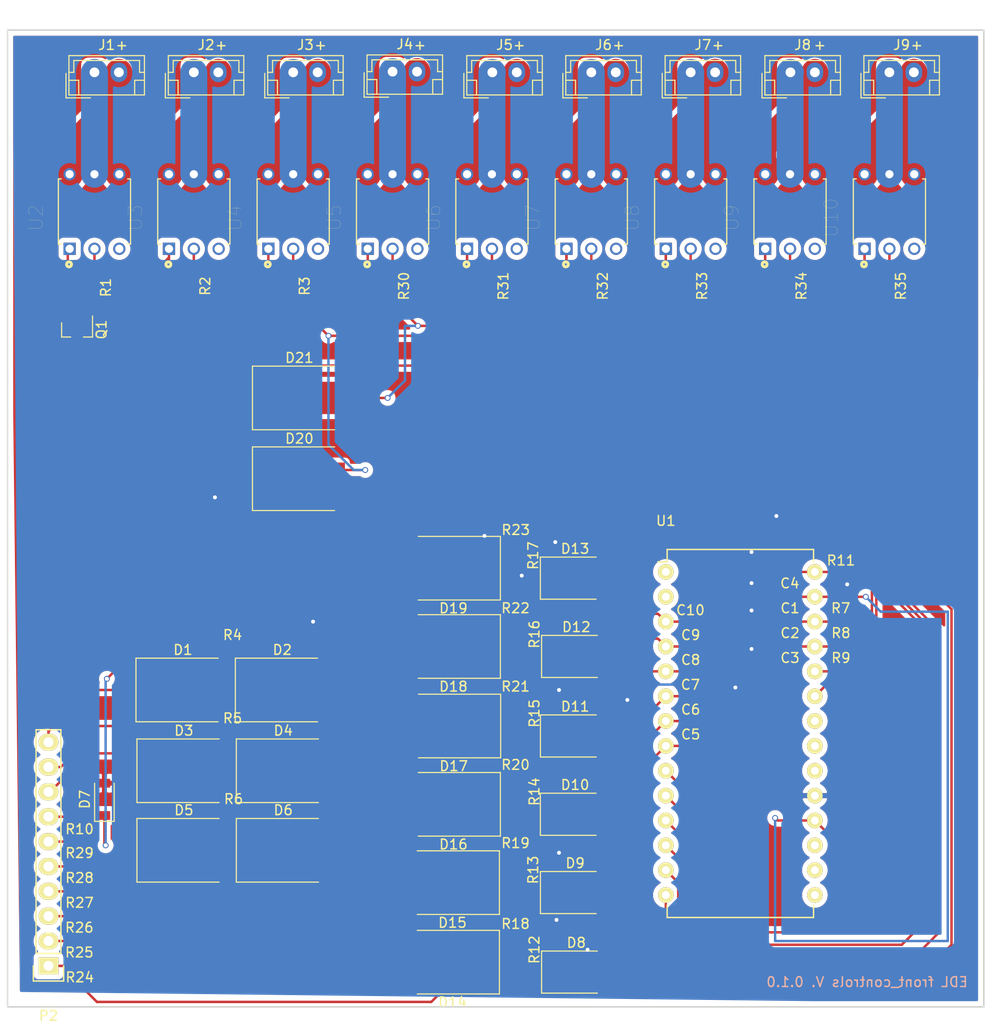
<source format=kicad_pcb>
(kicad_pcb (version 20171130) (host pcbnew 5.1.4+dfsg1-1~bpo10+1)
  (title_block (title "Front_Controls (CB1100F)") (date 2019-01-29) (rev 1))
  (layers (0 F.Cu signal) (31 B.Cu signal) (34 B.Paste user) (35 F.Paste user) (36 B.SilkS user) (37 F.SilkS user) (38 B.Mask user) (39 F.Mask user) (44 Edge.Cuts user))
  (net 0 "")
  (net 1 "Net-(C1-Pad1)")
  (net 2 GND)
  (net 3 "Net-(C2-Pad1)")
  (net 4 "Net-(C3-Pad1)")
  (net 5 "Net-(C4-Pad1)")
  (net 6 "Net-(C5-Pad1)")
  (net 7 "Net-(C6-Pad1)")
  (net 8 "Net-(C7-Pad1)")
  (net 9 "Net-(C8-Pad1)")
  (net 10 "Net-(C9-Pad1)")
  (net 11 "Net-(C10-Pad1)")
  (net 12 "Net-(D1-Pad2)")
  (net 13 VCC)
  (net 14 "Net-(D3-Pad2)")
  (net 15 "Net-(D5-Pad2)")
  (net 16 "Net-(D14-Pad1)")
  (net 17 "Net-(D15-Pad1)")
  (net 18 "Net-(D16-Pad1)")
  (net 19 "Net-(D17-Pad1)")
  (net 20 "Net-(D18-Pad1)")
  (net 21 "Net-(D19-Pad1)")
  (net 22 "Net-(P2-Pad1)")
  (net 23 "Net-(P2-Pad2)")
  (net 24 "Net-(P2-Pad3)")
  (net 25 "Net-(P2-Pad4)")
  (net 26 "Net-(P2-Pad5)")
  (net 27 "Net-(P2-Pad6)")
  (net 28 "Net-(P2-Pad7)")
  (net 29 "Net-(U1-Pad1)")
  (net 30 "Net-(U1-Pad27)")
  (net 31 "Net-(U1-Pad26)")
  (net 32 "Net-(U1-Pad25)")
  (net 33 "Net-(U1-Pad22)")
  (net 34 "Net-(U1-Pad21)")
  (net 35 "Net-(U1-Pad20)")
  (net 36 "Net-(U1-Pad0)")
  (net 37 "Net-(D1-Pad1)")
  (net 38 "Net-(D3-Pad1)")
  (net 39 "Net-(D5-Pad1)")
  (net 40 "Net-(D20-Pad2)")
  (net 41 "Net-(D20-Pad1)")
  (net 42 "Net-(D21-Pad2)")
  (net 43 "Net-(Q1-Pad2)")
  (net 44 "Net-(Q1-Pad1)")
  (net 45 "Net-(R1-Pad1)")
  (net 46 "Net-(R2-Pad1)")
  (net 47 "Net-(R3-Pad1)")
  (net 48 "Net-(R30-Pad1)")
  (net 49 "Net-(R31-Pad1)")
  (net 50 "Net-(R32-Pad1)")
  (net 51 "Net-(R33-Pad1)")
  (net 52 "Net-(R34-Pad1)")
  (net 53 "Net-(R35-Pad1)")
  (net 54 "Net-(U1-Pad9)")
  (net 55 "Net-(U1-Pad10)")
  (net 56 "Net-(U1-Pad11)")
  (net 57 "Net-(U1-Pad12)")
  (net 58 "Net-(U1-Pad13)")
  (net 59 "Net-(J1-Pad2)")
  (net 60 "Net-(J1-Pad1)")
  (net 61 "Net-(J2-Pad2)")
  (net 62 "Net-(J2-Pad1)")
  (net 63 "Net-(J3-Pad2)")
  (net 64 "Net-(J3-Pad1)")
  (net 65 "Net-(J4-Pad2)")
  (net 66 "Net-(J4-Pad1)")
  (net 67 "Net-(J5-Pad2)")
  (net 68 "Net-(J5-Pad1)")
  (net 69 "Net-(J6-Pad2)")
  (net 70 "Net-(J6-Pad1)")
  (net 71 "Net-(J7-Pad2)")
  (net 72 "Net-(J7-Pad1)")
  (net 73 "Net-(J8-Pad2)")
  (net 74 "Net-(J8-Pad1)")
  (net 75 "Net-(J9-Pad2)")
  (net 76 "Net-(J9-Pad1)")
  (net 77 "Net-(U2-Pad4)")
  (net 78 "Net-(U3-Pad4)")
  (net 79 "Net-(U4-Pad4)")
  (net 80 "Net-(U5-Pad4)")
  (net 81 "Net-(U6-Pad4)")
  (net 82 "Net-(U9-Pad4)")
  (net 83 "Net-(U10-Pad4)")
  (module G3VM-31BR:DIP762W50P254L737H485Q6 (layer F.Cu) (at 176.53 66.04 90)
    (fp_text reference U10 (at -0.635 -5.969 90) (layer F.SilkS) (effects (font (size 1.4 1.4) (thickness 0.015))))
    (fp_text value G3VM-31BR)
    (pad 6 thru_hole circle (at 3.81 -2.54 90) (size 1.26 1.26) (drill 0.84) (layers *.Cu *.Mask) (net 75 "Net-(J9-Pad2)"))
    (pad 5 thru_hole circle (at 3.81 0 90) (size 1.26 1.26) (drill 0.84) (layers *.Cu *.Mask) (net 76 "Net-(J9-Pad1)"))
    (pad 4 thru_hole circle (at 3.81 2.54 90) (size 1.26 1.26) (drill 0.84) (layers *.Cu *.Mask) (net 83 "Net-(U10-Pad4)"))
    (pad 3 thru_hole circle (at -3.81 2.54 90) (size 1.26 1.26) (drill 0.84) (layers *.Cu *.Mask))
    (pad 2 thru_hole circle (at -3.81 0 90) (size 1.26 1.26) (drill 0.84) (layers *.Cu *.Mask) (net 53 "Net-(R35-Pad1)"))
    (pad 1 thru_hole rect (at -3.81 -2.54 90) (size 1.26 1.26) (drill 0.84) (layers *.Cu *.Mask) (net 58 "Net-(U1-Pad13)"))
  )
  (module G3VM-31BR:DIP762W50P254L737H485Q6 (layer F.Cu) (at 166.37 66.04 90)
    (fp_text reference U9 (at -0.635 -5.969 90) (layer F.SilkS) (effects (font (size 1.4 1.4) (thickness 0.015))))
    (fp_text value G3VM-31BR)
    (pad 6 thru_hole circle (at 3.81 -2.54 90) (size 1.26 1.26) (drill 0.84) (layers *.Cu *.Mask) (net 73 "Net-(J8-Pad2)"))
    (pad 5 thru_hole circle (at 3.81 0 90) (size 1.26 1.26) (drill 0.84) (layers *.Cu *.Mask) (net 74 "Net-(J8-Pad1)"))
    (pad 4 thru_hole circle (at 3.81 2.54 90) (size 1.26 1.26) (drill 0.84) (layers *.Cu *.Mask) (net 82 "Net-(U9-Pad4)"))
    (pad 3 thru_hole circle (at -3.81 2.54 90) (size 1.26 1.26) (drill 0.84) (layers *.Cu *.Mask))
    (pad 2 thru_hole circle (at -3.81 0 90) (size 1.26 1.26) (drill 0.84) (layers *.Cu *.Mask) (net 52 "Net-(R34-Pad1)"))
    (pad 1 thru_hole rect (at -3.81 -2.54 90) (size 1.26 1.26) (drill 0.84) (layers *.Cu *.Mask) (net 57 "Net-(U1-Pad12)"))
  )
  (module G3VM-31BR:DIP762W50P254L737H485Q6 (layer F.Cu) (at 156.21 66.04 90)
    (fp_text reference U8 (at -0.635 -5.969 90) (layer F.SilkS) (effects (font (size 1.4 1.4) (thickness 0.015))))
    (fp_text value G3VM-31BR)
    (pad 6 thru_hole circle (at 3.81 -2.54 90) (size 1.26 1.26) (drill 0.84) (layers *.Cu *.Mask) (net 71 "Net-(J7-Pad2)"))
    (pad 5 thru_hole circle (at 3.81 0 90) (size 1.26 1.26) (drill 0.84) (layers *.Cu *.Mask) (net 72 "Net-(J7-Pad1)"))
    (pad 4 thru_hole circle (at 3.81 2.54 90) (size 1.26 1.26) (drill 0.84) (layers *.Cu *.Mask) (net 71 "Net-(J7-Pad2)"))
    (pad 3 thru_hole circle (at -3.81 2.54 90) (size 1.26 1.26) (drill 0.84) (layers *.Cu *.Mask))
    (pad 2 thru_hole circle (at -3.81 0 90) (size 1.26 1.26) (drill 0.84) (layers *.Cu *.Mask) (net 51 "Net-(R33-Pad1)"))
    (pad 1 thru_hole rect (at -3.81 -2.54 90) (size 1.26 1.26) (drill 0.84) (layers *.Cu *.Mask) (net 56 "Net-(U1-Pad11)"))
  )
  (module G3VM-31BR:DIP762W50P254L737H485Q6 (layer F.Cu) (at 146.05 66.04 90)
    (fp_text reference U7 (at -0.635 -5.969 90) (layer F.SilkS) (effects (font (size 1.4 1.4) (thickness 0.015))))
    (fp_text value G3VM-31BR)
    (pad 6 thru_hole circle (at 3.81 -2.54 90) (size 1.26 1.26) (drill 0.84) (layers *.Cu *.Mask) (net 69 "Net-(J6-Pad2)"))
    (pad 5 thru_hole circle (at 3.81 0 90) (size 1.26 1.26) (drill 0.84) (layers *.Cu *.Mask) (net 70 "Net-(J6-Pad1)"))
    (pad 4 thru_hole circle (at 3.81 2.54 90) (size 1.26 1.26) (drill 0.84) (layers *.Cu *.Mask) (net 69 "Net-(J6-Pad2)"))
    (pad 3 thru_hole circle (at -3.81 2.54 90) (size 1.26 1.26) (drill 0.84) (layers *.Cu *.Mask))
    (pad 2 thru_hole circle (at -3.81 0 90) (size 1.26 1.26) (drill 0.84) (layers *.Cu *.Mask) (net 50 "Net-(R32-Pad1)"))
    (pad 1 thru_hole rect (at -3.81 -2.54 90) (size 1.26 1.26) (drill 0.84) (layers *.Cu *.Mask) (net 55 "Net-(U1-Pad10)"))
  )
  (module G3VM-31BR:DIP762W50P254L737H485Q6 (layer F.Cu) (at 135.89 66.04 90)
    (fp_text reference U6 (at -0.635 -5.969 90) (layer F.SilkS) (effects (font (size 1.4 1.4) (thickness 0.015))))
    (fp_text value G3VM-31BR)
    (pad 6 thru_hole circle (at 3.81 -2.54 90) (size 1.26 1.26) (drill 0.84) (layers *.Cu *.Mask) (net 67 "Net-(J5-Pad2)"))
    (pad 5 thru_hole circle (at 3.81 0 90) (size 1.26 1.26) (drill 0.84) (layers *.Cu *.Mask) (net 68 "Net-(J5-Pad1)"))
    (pad 4 thru_hole circle (at 3.81 2.54 90) (size 1.26 1.26) (drill 0.84) (layers *.Cu *.Mask) (net 81 "Net-(U6-Pad4)"))
    (pad 3 thru_hole circle (at -3.81 2.54 90) (size 1.26 1.26) (drill 0.84) (layers *.Cu *.Mask))
    (pad 2 thru_hole circle (at -3.81 0 90) (size 1.26 1.26) (drill 0.84) (layers *.Cu *.Mask) (net 49 "Net-(R31-Pad1)"))
    (pad 1 thru_hole rect (at -3.81 -2.54 90) (size 1.26 1.26) (drill 0.84) (layers *.Cu *.Mask) (net 54 "Net-(U1-Pad9)"))
  )
  (module G3VM-31BR:DIP762W50P254L737H485Q6 (layer F.Cu) (at 125.73 66.04 90)
    (fp_text reference U5 (at -0.635 -5.969 90) (layer F.SilkS) (effects (font (size 1.4 1.4) (thickness 0.015))))
    (fp_text value G3VM-31BR)
    (pad 6 thru_hole circle (at 3.81 -2.54 90) (size 1.26 1.26) (drill 0.84) (layers *.Cu *.Mask) (net 65 "Net-(J4-Pad2)"))
    (pad 5 thru_hole circle (at 3.81 0 90) (size 1.26 1.26) (drill 0.84) (layers *.Cu *.Mask) (net 66 "Net-(J4-Pad1)"))
    (pad 4 thru_hole circle (at 3.81 2.54 90) (size 1.26 1.26) (drill 0.84) (layers *.Cu *.Mask) (net 80 "Net-(U5-Pad4)"))
    (pad 3 thru_hole circle (at -3.81 2.54 90) (size 1.26 1.26) (drill 0.84) (layers *.Cu *.Mask))
    (pad 2 thru_hole circle (at -3.81 0 90) (size 1.26 1.26) (drill 0.84) (layers *.Cu *.Mask) (net 48 "Net-(R30-Pad1)"))
    (pad 1 thru_hole rect (at -3.81 -2.54 90) (size 1.26 1.26) (drill 0.84) (layers *.Cu *.Mask) (net 42 "Net-(D21-Pad2)"))
  )
  (module G3VM-31BR:DIP762W50P254L737H485Q6 (layer F.Cu) (at 115.57 66.04 90)
    (fp_text reference U4 (at -0.635 -5.969 90) (layer F.SilkS) (effects (font (size 1.4 1.4) (thickness 0.015))))
    (fp_text value G3VM-31BR)
    (pad 6 thru_hole circle (at 3.81 -2.54 90) (size 1.26 1.26) (drill 0.84) (layers *.Cu *.Mask) (net 63 "Net-(J3-Pad2)"))
    (pad 5 thru_hole circle (at 3.81 0 90) (size 1.26 1.26) (drill 0.84) (layers *.Cu *.Mask) (net 64 "Net-(J3-Pad1)"))
    (pad 4 thru_hole circle (at 3.81 2.54 90) (size 1.26 1.26) (drill 0.84) (layers *.Cu *.Mask) (net 79 "Net-(U4-Pad4)"))
    (pad 3 thru_hole circle (at -3.81 2.54 90) (size 1.26 1.26) (drill 0.84) (layers *.Cu *.Mask))
    (pad 2 thru_hole circle (at -3.81 0 90) (size 1.26 1.26) (drill 0.84) (layers *.Cu *.Mask) (net 47 "Net-(R3-Pad1)"))
    (pad 1 thru_hole rect (at -3.81 -2.54 90) (size 1.26 1.26) (drill 0.84) (layers *.Cu *.Mask) (net 40 "Net-(D20-Pad2)"))
  )
  (module G3VM-31BR:DIP762W50P254L737H485Q6 (layer F.Cu) (at 105.41 66.04 90)
    (fp_text reference U3 (at -0.635 -5.969 90) (layer F.SilkS) (effects (font (size 1.4 1.4) (thickness 0.015))))
    (fp_text value G3VM-31BR)
    (pad 6 thru_hole circle (at 3.81 -2.54 90) (size 1.26 1.26) (drill 0.84) (layers *.Cu *.Mask) (net 61 "Net-(J2-Pad2)"))
    (pad 5 thru_hole circle (at 3.81 0 90) (size 1.26 1.26) (drill 0.84) (layers *.Cu *.Mask) (net 62 "Net-(J2-Pad1)"))
    (pad 4 thru_hole circle (at 3.81 2.54 90) (size 1.26 1.26) (drill 0.84) (layers *.Cu *.Mask) (net 78 "Net-(U3-Pad4)"))
    (pad 3 thru_hole circle (at -3.81 2.54 90) (size 1.26 1.26) (drill 0.84) (layers *.Cu *.Mask))
    (pad 2 thru_hole circle (at -3.81 0 90) (size 1.26 1.26) (drill 0.84) (layers *.Cu *.Mask) (net 46 "Net-(R2-Pad1)"))
    (pad 1 thru_hole rect (at -3.81 -2.54 90) (size 1.26 1.26) (drill 0.84) (layers *.Cu *.Mask) (net 44 "Net-(Q1-Pad1)"))
  )
  (module G3VM-31BR:DIP762W50P254L737H485Q6 (layer F.Cu) (at 95.25 66.04 90)
    (fp_text reference U2 (at -0.635 -5.969 90) (layer F.SilkS) (effects (font (size 1.4 1.4) (thickness 0.015))))
    (fp_text value G3VM-31BR)
    (pad 6 thru_hole circle (at 3.81 -2.54 90) (size 1.26 1.26) (drill 0.84) (layers *.Cu *.Mask) (net 59 "Net-(J1-Pad2)"))
    (pad 5 thru_hole circle (at 3.81 0 90) (size 1.26 1.26) (drill 0.84) (layers *.Cu *.Mask) (net 60 "Net-(J1-Pad1)"))
    (pad 4 thru_hole circle (at 3.81 2.54 90) (size 1.26 1.26) (drill 0.84) (layers *.Cu *.Mask) (net 77 "Net-(U2-Pad4)"))
    (pad 3 thru_hole circle (at -3.81 2.54 90) (size 1.26 1.26) (drill 0.84) (layers *.Cu *.Mask))
    (pad 2 thru_hole circle (at -3.81 0 90) (size 1.26 1.26) (drill 0.84) (layers *.Cu *.Mask) (net 45 "Net-(R1-Pad1)"))
    (pad 1 thru_hole rect (at -3.81 -2.54 90) (size 1.26 1.26) (drill 0.84) (layers *.Cu *.Mask) (net 43 "Net-(Q1-Pad2)"))
  )
  (module Connector_JST:JST_EH_B2B-EH-A_1x02_P2.50mm_Vertical (layer F.Cu) (at 176.53 51.816)
    (fp_text reference J9 (at 1.25 -2.8) (layer F.SilkS))
    (fp_text value Conn_01x02)
    (pad 2 thru_hole oval (at 2.5 0) (size 1.7 2) (drill 1) (layers *.Cu *.Mask) (net 75 "Net-(J9-Pad2)"))
    (pad 1 thru_hole roundrect (at 0 0) (size 1.7 2) (drill 1) (layers *.Cu *.Mask) (roundrect_rratio 0.147059) (net 76 "Net-(J9-Pad1)"))
  )
  (module Connector_JST:JST_EH_B2B-EH-A_1x02_P2.50mm_Vertical (layer F.Cu) (at 166.41 51.816)
    (fp_text reference J8 (at 1.25 -2.8) (layer F.SilkS))
    (fp_text value Conn_01x02)
    (pad 2 thru_hole oval (at 2.5 0) (size 1.7 2) (drill 1) (layers *.Cu *.Mask) (net 73 "Net-(J8-Pad2)"))
    (pad 1 thru_hole roundrect (at 0 0) (size 1.7 2) (drill 1) (layers *.Cu *.Mask) (roundrect_rratio 0.147059) (net 74 "Net-(J8-Pad1)"))
  )
  (module Connector_JST:JST_EH_B2B-EH-A_1x02_P2.50mm_Vertical (layer F.Cu) (at 156.21 51.816)
    (fp_text reference J7 (at 1.25 -2.8) (layer F.SilkS))
    (fp_text value Conn_01x02)
    (pad 2 thru_hole oval (at 2.5 0) (size 1.7 2) (drill 1) (layers *.Cu *.Mask) (net 71 "Net-(J7-Pad2)"))
    (pad 1 thru_hole roundrect (at 0 0) (size 1.7 2) (drill 1) (layers *.Cu *.Mask) (roundrect_rratio 0.147059) (net 72 "Net-(J7-Pad1)"))
  )
  (module Connector_JST:JST_EH_B2B-EH-A_1x02_P2.50mm_Vertical (layer F.Cu) (at 146.05 51.816)
    (fp_text reference J6 (at 1.25 -2.8) (layer F.SilkS))
    (fp_text value Conn_01x02)
    (pad 2 thru_hole oval (at 2.5 0) (size 1.7 2) (drill 1) (layers *.Cu *.Mask) (net 69 "Net-(J6-Pad2)"))
    (pad 1 thru_hole roundrect (at 0 0) (size 1.7 2) (drill 1) (layers *.Cu *.Mask) (roundrect_rratio 0.147059) (net 70 "Net-(J6-Pad1)"))
  )
  (module Connector_JST:JST_EH_B2B-EH-A_1x02_P2.50mm_Vertical (layer F.Cu) (at 135.93 51.816)
    (fp_text reference J5 (at 1.25 -2.8) (layer F.SilkS))
    (fp_text value Conn_01x02)
    (pad 2 thru_hole oval (at 2.5 0) (size 1.7 2) (drill 1) (layers *.Cu *.Mask) (net 67 "Net-(J5-Pad2)"))
    (pad 1 thru_hole roundrect (at 0 0) (size 1.7 2) (drill 1) (layers *.Cu *.Mask) (roundrect_rratio 0.147059) (net 68 "Net-(J5-Pad1)"))
  )
  (module Connector_JST:JST_EH_B2B-EH-A_1x02_P2.50mm_Vertical (layer F.Cu) (at 125.73 51.746)
    (fp_text reference J4 (at 1.25 -2.8) (layer F.SilkS))
    (fp_text value Conn_01x02)
    (pad 2 thru_hole oval (at 2.5 0) (size 1.7 2) (drill 1) (layers *.Cu *.Mask) (net 65 "Net-(J4-Pad2)"))
    (pad 1 thru_hole roundrect (at 0 0) (size 1.7 2) (drill 1) (layers *.Cu *.Mask) (roundrect_rratio 0.147059) (net 66 "Net-(J4-Pad1)"))
  )
  (module Connector_JST:JST_EH_B2B-EH-A_1x02_P2.50mm_Vertical (layer F.Cu) (at 115.57 51.816)
    (fp_text reference J3 (at 1.25 -2.8) (layer F.SilkS))
    (fp_text value Conn_01x02)
    (pad 2 thru_hole oval (at 2.5 0) (size 1.7 2) (drill 1) (layers *.Cu *.Mask) (net 63 "Net-(J3-Pad2)"))
    (pad 1 thru_hole roundrect (at 0 0) (size 1.7 2) (drill 1) (layers *.Cu *.Mask) (roundrect_rratio 0.147059) (net 64 "Net-(J3-Pad1)"))
  )
  (module Connector_JST:JST_EH_B2B-EH-A_1x02_P2.50mm_Vertical (layer F.Cu) (at 105.41 51.816)
    (fp_text reference J2 (at 1.25 -2.8) (layer F.SilkS))
    (fp_text value Conn_01x02)
    (pad 2 thru_hole oval (at 2.5 0) (size 1.7 2) (drill 1) (layers *.Cu *.Mask) (net 61 "Net-(J2-Pad2)"))
    (pad 1 thru_hole roundrect (at 0 0) (size 1.7 2) (drill 1) (layers *.Cu *.Mask) (roundrect_rratio 0.147059) (net 62 "Net-(J2-Pad1)"))
  )
  (module Connector_JST:JST_EH_B2B-EH-A_1x02_P2.50mm_Vertical (layer F.Cu) (at 95.25 51.816)
    (fp_text reference J1 (at 1.25 -2.8) (layer F.SilkS))
    (fp_text value Conn_01x02)
    (pad 2 thru_hole oval (at 2.5 0) (size 1.7 2) (drill 1) (layers *.Cu *.Mask) (net 59 "Net-(J1-Pad2)"))
    (pad 1 thru_hole roundrect (at 0 0) (size 1.7 2) (drill 1) (layers *.Cu *.Mask) (roundrect_rratio 0.147059) (net 60 "Net-(J1-Pad1)"))
  )
  (module Resistor_SMD:R_0402_1005Metric (layer F.Cu) (at 176.53 73.66 270)
    (fp_text reference R35 (at 0 -1.17 90) (layer F.SilkS))
    (fp_text value 500)
    (pad 2 smd roundrect (at 0.485 0 270) (size 0.59 0.64) (layers F.Cu F.Paste F.Mask) (net 2 GND))
    (pad 1 smd roundrect (at -0.485 0 270) (size 0.59 0.64) (layers F.Cu F.Paste F.Mask) (net 53 "Net-(R35-Pad1)"))
  )
  (module Resistor_SMD:R_0402_1005Metric (layer F.Cu) (at 166.37 73.66 270)
    (fp_text reference R34 (at 0 -1.17 90) (layer F.SilkS))
    (fp_text value 500)
    (pad 2 smd roundrect (at 0.485 0 270) (size 0.59 0.64) (layers F.Cu F.Paste F.Mask) (net 2 GND))
    (pad 1 smd roundrect (at -0.485 0 270) (size 0.59 0.64) (layers F.Cu F.Paste F.Mask) (net 52 "Net-(R34-Pad1)"))
  )
  (module Resistor_SMD:R_0402_1005Metric (layer F.Cu) (at 156.21 73.66 270)
    (fp_text reference R33 (at 0 -1.17 90) (layer F.SilkS))
    (fp_text value 500)
    (pad 2 smd roundrect (at 0.485 0 270) (size 0.59 0.64) (layers F.Cu F.Paste F.Mask) (net 2 GND))
    (pad 1 smd roundrect (at -0.485 0 270) (size 0.59 0.64) (layers F.Cu F.Paste F.Mask) (net 51 "Net-(R33-Pad1)"))
  )
  (module Resistor_SMD:R_0402_1005Metric (layer F.Cu) (at 146.05 73.66 270)
    (fp_text reference R32 (at 0 -1.17 90) (layer F.SilkS))
    (fp_text value 500)
    (pad 2 smd roundrect (at 0.485 0 270) (size 0.59 0.64) (layers F.Cu F.Paste F.Mask) (net 2 GND))
    (pad 1 smd roundrect (at -0.485 0 270) (size 0.59 0.64) (layers F.Cu F.Paste F.Mask) (net 50 "Net-(R32-Pad1)"))
  )
  (module Resistor_SMD:R_0402_1005Metric (layer F.Cu) (at 135.89 73.66 270)
    (fp_text reference R31 (at 0 -1.17 90) (layer F.SilkS))
    (fp_text value 500)
    (pad 2 smd roundrect (at 0.485 0 270) (size 0.59 0.64) (layers F.Cu F.Paste F.Mask) (net 2 GND))
    (pad 1 smd roundrect (at -0.485 0 270) (size 0.59 0.64) (layers F.Cu F.Paste F.Mask) (net 49 "Net-(R31-Pad1)"))
  )
  (module Resistor_SMD:R_0402_1005Metric (layer F.Cu) (at 125.73 73.66 270)
    (fp_text reference R30 (at 0 -1.17 90) (layer F.SilkS))
    (fp_text value 500)
    (pad 2 smd roundrect (at 0.485 0 270) (size 0.59 0.64) (layers F.Cu F.Paste F.Mask) (net 2 GND))
    (pad 1 smd roundrect (at -0.485 0 270) (size 0.59 0.64) (layers F.Cu F.Paste F.Mask) (net 48 "Net-(R30-Pad1)"))
  )
  (module Resistor_SMD:R_0402_1005Metric (layer F.Cu) (at 115.57 73.66 270)
    (fp_text reference R3 (at 0 -1.17 90) (layer F.SilkS))
    (fp_text value 500)
    (pad 2 smd roundrect (at 0.485 0 270) (size 0.59 0.64) (layers F.Cu F.Paste F.Mask) (net 2 GND))
    (pad 1 smd roundrect (at -0.485 0 270) (size 0.59 0.64) (layers F.Cu F.Paste F.Mask) (net 47 "Net-(R3-Pad1)"))
  )
  (module Resistor_SMD:R_0402_1005Metric (layer F.Cu) (at 105.41 73.66 270)
    (fp_text reference R2 (at 0 -1.17 90) (layer F.SilkS))
    (fp_text value 500)
    (pad 2 smd roundrect (at 0.485 0 270) (size 0.59 0.64) (layers F.Cu F.Paste F.Mask) (net 2 GND))
    (pad 1 smd roundrect (at -0.485 0 270) (size 0.59 0.64) (layers F.Cu F.Paste F.Mask) (net 46 "Net-(R2-Pad1)"))
  )
  (module Resistor_SMD:R_0402_1005Metric (layer F.Cu) (at 95.25 73.81 270)
    (fp_text reference R1 (at 0 -1.17 90) (layer F.SilkS))
    (fp_text value 500)
    (pad 2 smd roundrect (at 0.485 0 270) (size 0.59 0.64) (layers F.Cu F.Paste F.Mask) (net 2 GND))
    (pad 1 smd roundrect (at -0.485 0 270) (size 0.59 0.64) (layers F.Cu F.Paste F.Mask) (net 45 "Net-(R1-Pad1)"))
  )
  (module Package_TO_SOT_SMD:SOT-23 (layer F.Cu) (at 93.472 78.105 270)
    (fp_text reference Q1 (at 0 -2.5 90) (layer F.SilkS))
    (fp_text value Q_PNP_BEC)
    (pad 3 smd rect (at 1 0 270) (size 0.9 0.8) (layers F.Cu F.Paste F.Mask) (net 41 "Net-(D20-Pad1)"))
    (pad 2 smd rect (at -1 0.95 270) (size 0.9 0.8) (layers F.Cu F.Paste F.Mask) (net 43 "Net-(Q1-Pad2)"))
    (pad 1 smd rect (at -1 -0.95 270) (size 0.9 0.8) (layers F.Cu F.Paste F.Mask) (net 44 "Net-(Q1-Pad1)"))
  )
  (module Diode_SMD:D_SMC (layer F.Cu) (at 116.205 85.09)
    (fp_text reference D21 (at 0 -4.1) (layer F.SilkS))
    (fp_text value D_Schottky)
    (pad 2 smd rect (at 3.4 0 90) (size 3.3 2.5) (layers F.Cu F.Paste F.Mask) (net 42 "Net-(D21-Pad2)"))
    (pad 1 smd rect (at -3.4 0 90) (size 3.3 2.5) (layers F.Cu F.Paste F.Mask) (net 41 "Net-(D20-Pad1)"))
  )
  (module Diode_SMD:D_SMC (layer F.Cu) (at 116.205 93.345)
    (fp_text reference D20 (at 0 -4.1) (layer F.SilkS))
    (fp_text value D_Schottky)
    (pad 2 smd rect (at 3.4 0 90) (size 3.3 2.5) (layers F.Cu F.Paste F.Mask) (net 40 "Net-(D20-Pad2)"))
    (pad 1 smd rect (at -3.4 0 90) (size 3.3 2.5) (layers F.Cu F.Paste F.Mask) (net 41 "Net-(D20-Pad1)"))
  )
  (module Resistor_SMD:R_0402_1005Metric (layer F.Cu) (at 93.726 130.429 180)
    (fp_text reference R29 (at 0 -1.17) (layer F.SilkS))
    (fp_text value 10)
    (pad 2 smd roundrect (at 0.485 0 180) (size 0.59 0.64) (layers F.Cu F.Paste F.Mask) (net 27 "Net-(P2-Pad6)"))
    (pad 1 smd roundrect (at -0.485 0 180) (size 0.59 0.64) (layers F.Cu F.Paste F.Mask) (net 21 "Net-(D19-Pad1)"))
  )
  (module Resistor_SMD:R_0402_1005Metric (layer F.Cu) (at 93.726 132.969 180)
    (fp_text reference R28 (at 0 -1.17) (layer F.SilkS))
    (fp_text value 10)
    (pad 2 smd roundrect (at 0.485 0 180) (size 0.59 0.64) (layers F.Cu F.Paste F.Mask) (net 26 "Net-(P2-Pad5)"))
    (pad 1 smd roundrect (at -0.485 0 180) (size 0.59 0.64) (layers F.Cu F.Paste F.Mask) (net 20 "Net-(D18-Pad1)"))
  )
  (module Resistor_SMD:R_0402_1005Metric (layer F.Cu) (at 93.726 135.509 180)
    (fp_text reference R27 (at 0 -1.17) (layer F.SilkS))
    (fp_text value 10)
    (pad 2 smd roundrect (at 0.485 0 180) (size 0.59 0.64) (layers F.Cu F.Paste F.Mask) (net 25 "Net-(P2-Pad4)"))
    (pad 1 smd roundrect (at -0.485 0 180) (size 0.59 0.64) (layers F.Cu F.Paste F.Mask) (net 19 "Net-(D17-Pad1)"))
  )
  (module Resistor_SMD:R_0402_1005Metric (layer F.Cu) (at 93.703 138.049 180)
    (fp_text reference R26 (at 0 -1.17) (layer F.SilkS))
    (fp_text value 10)
    (pad 2 smd roundrect (at 0.485 0 180) (size 0.59 0.64) (layers F.Cu F.Paste F.Mask) (net 24 "Net-(P2-Pad3)"))
    (pad 1 smd roundrect (at -0.485 0 180) (size 0.59 0.64) (layers F.Cu F.Paste F.Mask) (net 18 "Net-(D16-Pad1)"))
  )
  (module Resistor_SMD:R_0402_1005Metric (layer F.Cu) (at 93.703 140.589 180)
    (fp_text reference R25 (at 0 -1.17) (layer F.SilkS))
    (fp_text value 10)
    (pad 2 smd roundrect (at 0.485 0 180) (size 0.59 0.64) (layers F.Cu F.Paste F.Mask) (net 23 "Net-(P2-Pad2)"))
    (pad 1 smd roundrect (at -0.485 0 180) (size 0.59 0.64) (layers F.Cu F.Paste F.Mask) (net 17 "Net-(D15-Pad1)"))
  )
  (module Resistor_SMD:R_0402_1005Metric (layer F.Cu) (at 93.749 143.129 180)
    (fp_text reference R24 (at 0 -1.17) (layer F.SilkS))
    (fp_text value 10)
    (pad 2 smd roundrect (at 0.485 0 180) (size 0.59 0.64) (layers F.Cu F.Paste F.Mask) (net 22 "Net-(P2-Pad1)"))
    (pad 1 smd roundrect (at -0.485 0 180) (size 0.59 0.64) (layers F.Cu F.Paste F.Mask) (net 16 "Net-(D14-Pad1)"))
  )
  (module Resistor_SMD:R_0402_1005Metric (layer F.Cu) (at 138.326 97.409 180)
    (fp_text reference R23 (at 0 -1.17) (layer F.SilkS))
    (fp_text value 1k)
    (pad 2 smd roundrect (at 0.485 0 180) (size 0.59 0.64) (layers F.Cu F.Paste F.Mask) (net 21 "Net-(D19-Pad1)"))
    (pad 1 smd roundrect (at -0.485 0 180) (size 0.59 0.64) (layers F.Cu F.Paste F.Mask) (net 11 "Net-(C10-Pad1)"))
  )
  (module Resistor_SMD:R_0402_1005Metric (layer F.Cu) (at 138.303 105.41 180)
    (fp_text reference R22 (at 0 -1.17) (layer F.SilkS))
    (fp_text value 1k)
    (pad 2 smd roundrect (at 0.485 0 180) (size 0.59 0.64) (layers F.Cu F.Paste F.Mask) (net 20 "Net-(D18-Pad1)"))
    (pad 1 smd roundrect (at -0.485 0 180) (size 0.59 0.64) (layers F.Cu F.Paste F.Mask) (net 10 "Net-(C9-Pad1)"))
  )
  (module Resistor_SMD:R_0402_1005Metric (layer F.Cu) (at 138.303 113.411 180)
    (fp_text reference R21 (at 0 -1.17) (layer F.SilkS))
    (fp_text value 1k)
    (pad 2 smd roundrect (at 0.485 0 180) (size 0.59 0.64) (layers F.Cu F.Paste F.Mask) (net 19 "Net-(D17-Pad1)"))
    (pad 1 smd roundrect (at -0.485 0 180) (size 0.59 0.64) (layers F.Cu F.Paste F.Mask) (net 9 "Net-(C8-Pad1)"))
  )
  (module Resistor_SMD:R_0402_1005Metric (layer F.Cu) (at 138.303 121.412 180)
    (fp_text reference R20 (at 0 -1.17) (layer F.SilkS))
    (fp_text value 1k)
    (pad 2 smd roundrect (at 0.485 0 180) (size 0.59 0.64) (layers F.Cu F.Paste F.Mask) (net 18 "Net-(D16-Pad1)"))
    (pad 1 smd roundrect (at -0.485 0 180) (size 0.59 0.64) (layers F.Cu F.Paste F.Mask) (net 8 "Net-(C7-Pad1)"))
  )
  (module Resistor_SMD:R_0402_1005Metric (layer F.Cu) (at 138.303 129.413 180)
    (fp_text reference R19 (at 0 -1.17) (layer F.SilkS))
    (fp_text value 1k)
    (pad 2 smd roundrect (at 0.485 0 180) (size 0.59 0.64) (layers F.Cu F.Paste F.Mask) (net 17 "Net-(D15-Pad1)"))
    (pad 1 smd roundrect (at -0.485 0 180) (size 0.59 0.64) (layers F.Cu F.Paste F.Mask) (net 7 "Net-(C6-Pad1)"))
  )
  (module Resistor_SMD:R_0402_1005Metric (layer F.Cu) (at 138.303 137.668 180)
    (fp_text reference R18 (at 0 -1.17) (layer F.SilkS))
    (fp_text value 1k)
    (pad 2 smd roundrect (at 0.485 0 180) (size 0.59 0.64) (layers F.Cu F.Paste F.Mask) (net 16 "Net-(D14-Pad1)"))
    (pad 1 smd roundrect (at -0.485 0 180) (size 0.59 0.64) (layers F.Cu F.Paste F.Mask) (net 6 "Net-(C5-Pad1)"))
  )
  (module Resistor_SMD:R_0402_1005Metric (layer F.Cu) (at 138.938 101.196 270)
    (fp_text reference R17 (at 0 -1.17 90) (layer F.SilkS))
    (fp_text value 100k)
    (pad 2 smd roundrect (at 0.485 0 270) (size 0.59 0.64) (layers F.Cu F.Paste F.Mask) (net 2 GND))
    (pad 1 smd roundrect (at -0.485 0 270) (size 0.59 0.64) (layers F.Cu F.Paste F.Mask) (net 11 "Net-(C10-Pad1)"))
  )
  (module Resistor_SMD:R_0402_1005Metric (layer F.Cu) (at 139.065 109.243 270)
    (fp_text reference R16 (at 0 -1.17 90) (layer F.SilkS))
    (fp_text value 100k)
    (pad 2 smd roundrect (at 0.485 0 270) (size 0.59 0.64) (layers F.Cu F.Paste F.Mask) (net 2 GND))
    (pad 1 smd roundrect (at -0.485 0 270) (size 0.59 0.64) (layers F.Cu F.Paste F.Mask) (net 10 "Net-(C9-Pad1)"))
  )
  (module Resistor_SMD:R_0402_1005Metric (layer F.Cu) (at 139.065 117.325 270)
    (fp_text reference R15 (at 0 -1.17 90) (layer F.SilkS))
    (fp_text value 100k)
    (pad 2 smd roundrect (at 0.485 0 270) (size 0.59 0.64) (layers F.Cu F.Paste F.Mask) (net 2 GND))
    (pad 1 smd roundrect (at -0.485 0 270) (size 0.59 0.64) (layers F.Cu F.Paste F.Mask) (net 9 "Net-(C8-Pad1)"))
  )
  (module Resistor_SMD:R_0402_1005Metric (layer F.Cu) (at 139.065 125.326 270)
    (fp_text reference R14 (at 0 -1.17 90) (layer F.SilkS))
    (fp_text value 100k)
    (pad 2 smd roundrect (at 0.485 0 270) (size 0.59 0.64) (layers F.Cu F.Paste F.Mask) (net 2 GND))
    (pad 1 smd roundrect (at -0.485 0 270) (size 0.59 0.64) (layers F.Cu F.Paste F.Mask) (net 8 "Net-(C7-Pad1)"))
  )
  (module Resistor_SMD:R_0402_1005Metric (layer F.Cu) (at 138.938 133.327 270)
    (fp_text reference R13 (at 0 -1.17 90) (layer F.SilkS))
    (fp_text value 100k)
    (pad 2 smd roundrect (at 0.485 0 270) (size 0.59 0.64) (layers F.Cu F.Paste F.Mask) (net 2 GND))
    (pad 1 smd roundrect (at -0.485 0 270) (size 0.59 0.64) (layers F.Cu F.Paste F.Mask) (net 7 "Net-(C6-Pad1)"))
  )
  (module Resistor_SMD:R_0402_1005Metric (layer F.Cu) (at 139.065 141.478 270)
    (fp_text reference R12 (at 0 -1.17 90) (layer F.SilkS))
    (fp_text value 100k)
    (pad 2 smd roundrect (at 0.485 0 270) (size 0.59 0.64) (layers F.Cu F.Paste F.Mask) (net 2 GND))
    (pad 1 smd roundrect (at -0.485 0 270) (size 0.59 0.64) (layers F.Cu F.Paste F.Mask) (net 6 "Net-(C5-Pad1)"))
  )
  (module Resistor_SMD:R_0402_1005Metric (layer F.Cu) (at 171.577 102.87)
    (fp_text reference R11 (at 0 -1.17) (layer F.SilkS))
    (fp_text value 1k)
    (pad 2 smd roundrect (at 0.485 0) (size 0.59 0.64) (layers F.Cu F.Paste F.Mask) (net 2 GND))
    (pad 1 smd roundrect (at -0.485 0) (size 0.59 0.64) (layers F.Cu F.Paste F.Mask) (net 5 "Net-(C4-Pad1)"))
  )
  (module Resistor_SMD:R_0402_1005Metric (layer F.Cu) (at 93.726 127.889)
    (fp_text reference R10 (at 0 1.27) (layer F.SilkS))
    (fp_text value 10)
    (pad 2 smd roundrect (at 0.485 0) (size 0.59 0.64) (layers F.Cu F.Paste F.Mask) (net 5 "Net-(C4-Pad1)"))
    (pad 1 smd roundrect (at -0.485 0) (size 0.59 0.64) (layers F.Cu F.Paste F.Mask) (net 28 "Net-(P2-Pad7)"))
  )
  (module Resistor_SMD:R_0402_1005Metric (layer F.Cu) (at 171.577 110.49 180)
    (fp_text reference R9 (at 0 -1.17) (layer F.SilkS))
    (fp_text value 100k)
    (pad 2 smd roundrect (at 0.485 0 180) (size 0.59 0.64) (layers F.Cu F.Paste F.Mask) (net 4 "Net-(C3-Pad1)"))
    (pad 1 smd roundrect (at -0.485 0 180) (size 0.59 0.64) (layers F.Cu F.Paste F.Mask) (net 13 VCC))
  )
  (module Resistor_SMD:R_0402_1005Metric (layer F.Cu) (at 171.577 107.95 180)
    (fp_text reference R8 (at 0 -1.17) (layer F.SilkS))
    (fp_text value 100k)
    (pad 2 smd roundrect (at 0.485 0 180) (size 0.59 0.64) (layers F.Cu F.Paste F.Mask) (net 3 "Net-(C2-Pad1)"))
    (pad 1 smd roundrect (at -0.485 0 180) (size 0.59 0.64) (layers F.Cu F.Paste F.Mask) (net 13 VCC))
  )
  (module Resistor_SMD:R_0402_1005Metric (layer F.Cu) (at 171.554 105.41 180)
    (fp_text reference R7 (at 0 -1.17) (layer F.SilkS))
    (fp_text value 100k)
    (pad 2 smd roundrect (at 0.485 0 180) (size 0.59 0.64) (layers F.Cu F.Paste F.Mask) (net 1 "Net-(C1-Pad1)"))
    (pad 1 smd roundrect (at -0.485 0 180) (size 0.59 0.64) (layers F.Cu F.Paste F.Mask) (net 13 VCC))
  )
  (module Resistor_SMD:R_0402_1005Metric (layer F.Cu) (at 109.474 127.254)
    (fp_text reference R6 (at 0 -1.17) (layer F.SilkS))
    (fp_text value 1k)
    (pad 2 smd roundrect (at 0.485 0) (size 0.59 0.64) (layers F.Cu F.Paste F.Mask) (net 4 "Net-(C3-Pad1)"))
    (pad 1 smd roundrect (at -0.485 0) (size 0.59 0.64) (layers F.Cu F.Paste F.Mask) (net 15 "Net-(D5-Pad2)"))
  )
  (module Resistor_SMD:R_0402_1005Metric (layer F.Cu) (at 109.37 118.999)
    (fp_text reference R5 (at 0 -1.17) (layer F.SilkS))
    (fp_text value 1k)
    (pad 2 smd roundrect (at 0.485 0) (size 0.59 0.64) (layers F.Cu F.Paste F.Mask) (net 3 "Net-(C2-Pad1)"))
    (pad 1 smd roundrect (at -0.485 0) (size 0.59 0.64) (layers F.Cu F.Paste F.Mask) (net 14 "Net-(D3-Pad2)"))
  )
  (module Resistor_SMD:R_0402_1005Metric (layer F.Cu) (at 109.37 110.49)
    (fp_text reference R4 (at 0 -1.17) (layer F.SilkS))
    (fp_text value 1k)
    (pad 2 smd roundrect (at 0.485 0) (size 0.59 0.64) (layers F.Cu F.Paste F.Mask) (net 1 "Net-(C1-Pad1)"))
    (pad 1 smd roundrect (at -0.485 0) (size 0.59 0.64) (layers F.Cu F.Paste F.Mask) (net 12 "Net-(D1-Pad2)"))
  )
  (module Diode_SMD:D_SMC (layer F.Cu) (at 131.953 102.489 180)
    (fp_text reference D19 (at 0 -4.1) (layer F.SilkS))
    (fp_text value D_Schottky)
    (pad 2 smd rect (at 3.4 0 270) (size 3.3 2.5) (layers F.Cu F.Paste F.Mask) (net 2 GND))
    (pad 1 smd rect (at -3.4 0 270) (size 3.3 2.5) (layers F.Cu F.Paste F.Mask) (net 21 "Net-(D19-Pad1)"))
  )
  (module Diode_SMD:D_SMC (layer F.Cu) (at 131.953 110.49 180)
    (fp_text reference D18 (at 0 -4.1) (layer F.SilkS))
    (fp_text value D_Schottky)
    (pad 2 smd rect (at 3.4 0 270) (size 3.3 2.5) (layers F.Cu F.Paste F.Mask) (net 2 GND))
    (pad 1 smd rect (at -3.4 0 270) (size 3.3 2.5) (layers F.Cu F.Paste F.Mask) (net 20 "Net-(D18-Pad1)"))
  )
  (module Diode_SMD:D_SMC (layer F.Cu) (at 131.982 118.618 180)
    (fp_text reference D17 (at 0 -4.1) (layer F.SilkS))
    (fp_text value D_Schottky)
    (pad 2 smd rect (at 3.4 0 270) (size 3.3 2.5) (layers F.Cu F.Paste F.Mask) (net 2 GND))
    (pad 1 smd rect (at -3.4 0 270) (size 3.3 2.5) (layers F.Cu F.Paste F.Mask) (net 19 "Net-(D17-Pad1)"))
  )
  (module Diode_SMD:D_SMC (layer F.Cu) (at 131.953 126.619 180)
    (fp_text reference D16 (at 0 -4.1) (layer F.SilkS))
    (fp_text value D_Schottky)
    (pad 2 smd rect (at 3.4 0 270) (size 3.3 2.5) (layers F.Cu F.Paste F.Mask) (net 2 GND))
    (pad 1 smd rect (at -3.4 0 270) (size 3.3 2.5) (layers F.Cu F.Paste F.Mask) (net 18 "Net-(D16-Pad1)"))
  )
  (module Diode_SMD:D_SMC (layer F.Cu) (at 131.855 134.62 180)
    (fp_text reference D15 (at 0 -4.1) (layer F.SilkS))
    (fp_text value D_Schottky)
    (pad 2 smd rect (at 3.4 0 270) (size 3.3 2.5) (layers F.Cu F.Paste F.Mask) (net 2 GND))
    (pad 1 smd rect (at -3.4 0 270) (size 3.3 2.5) (layers F.Cu F.Paste F.Mask) (net 17 "Net-(D15-Pad1)"))
  )
  (module Diode_SMD:D_SMC (layer F.Cu) (at 131.855 142.748 180)
    (fp_text reference D14 (at 0 -4.1) (layer F.SilkS))
    (fp_text value D_Schottky)
    (pad 2 smd rect (at 3.4 0 270) (size 3.3 2.5) (layers F.Cu F.Paste F.Mask) (net 2 GND))
    (pad 1 smd rect (at -3.4 0 270) (size 3.3 2.5) (layers F.Cu F.Paste F.Mask) (net 16 "Net-(D14-Pad1)"))
  )
  (module Diode_SMD:D_SMB (layer F.Cu) (at 144.39 103.505)
    (fp_text reference D13 (at 0 -3) (layer F.SilkS))
    (fp_text value 4.7)
    (pad 2 smd rect (at 2.15 0) (size 2.5 2.3) (layers F.Cu F.Paste F.Mask) (net 2 GND))
    (pad 1 smd rect (at -2.15 0) (size 2.5 2.3) (layers F.Cu F.Paste F.Mask) (net 11 "Net-(C10-Pad1)"))
  )
  (module Diode_SMD:D_SMB (layer F.Cu) (at 144.517 111.506)
    (fp_text reference D12 (at 0 -3) (layer F.SilkS))
    (fp_text value 4.7)
    (pad 2 smd rect (at 2.15 0) (size 2.5 2.3) (layers F.Cu F.Paste F.Mask) (net 2 GND))
    (pad 1 smd rect (at -2.15 0) (size 2.5 2.3) (layers F.Cu F.Paste F.Mask) (net 10 "Net-(C9-Pad1)"))
  )
  (module Diode_SMD:D_SMB (layer F.Cu) (at 144.399 119.634)
    (fp_text reference D11 (at 0 -3) (layer F.SilkS))
    (fp_text value 4.7)
    (pad 2 smd rect (at 2.15 0) (size 2.5 2.3) (layers F.Cu F.Paste F.Mask) (net 2 GND))
    (pad 1 smd rect (at -2.15 0) (size 2.5 2.3) (layers F.Cu F.Paste F.Mask) (net 9 "Net-(C8-Pad1)"))
  )
  (module Diode_SMD:D_SMB (layer F.Cu) (at 144.39 127.635)
    (fp_text reference D10 (at 0 -3) (layer F.SilkS))
    (fp_text value 4.7)
    (pad 2 smd rect (at 2.15 0) (size 2.5 2.3) (layers F.Cu F.Paste F.Mask) (net 2 GND))
    (pad 1 smd rect (at -2.15 0) (size 2.5 2.3) (layers F.Cu F.Paste F.Mask) (net 8 "Net-(C7-Pad1)"))
  )
  (module Diode_SMD:D_SMB (layer F.Cu) (at 144.399 135.636)
    (fp_text reference D9 (at 0 -3) (layer F.SilkS))
    (fp_text value 4.7)
    (pad 2 smd rect (at 2.15 0) (size 2.5 2.3) (layers F.Cu F.Paste F.Mask) (net 2 GND))
    (pad 1 smd rect (at -2.15 0) (size 2.5 2.3) (layers F.Cu F.Paste F.Mask) (net 7 "Net-(C6-Pad1)"))
  )
  (module Diode_SMD:D_SMB (layer F.Cu) (at 144.517 143.764)
    (fp_text reference D8 (at 0 -3) (layer F.SilkS))
    (fp_text value 4.7)
    (pad 2 smd rect (at 2.15 0) (size 2.5 2.3) (layers F.Cu F.Paste F.Mask) (net 2 GND))
    (pad 1 smd rect (at -2.15 0) (size 2.5 2.3) (layers F.Cu F.Paste F.Mask) (net 6 "Net-(C5-Pad1)"))
  )
  (module Diode_SMD:D_SOD-123 (layer F.Cu) (at 96.266 126.111 90)
    (fp_text reference D7 (at 0 -2 90) (layer F.SilkS))
    (fp_text value 5.1)
    (pad 2 smd rect (at 1.65 0 90) (size 0.9 1.2) (layers F.Cu F.Paste F.Mask) (net 2 GND))
    (pad 1 smd rect (at -1.65 0 90) (size 0.9 1.2) (layers F.Cu F.Paste F.Mask) (net 5 "Net-(C4-Pad1)"))
  )
  (module Diode_SMD:D_SMC (layer F.Cu) (at 114.554 131.318)
    (fp_text reference D6 (at 0 -4.1) (layer F.SilkS))
    (fp_text value D_Schottky)
    (pad 2 smd rect (at 3.4 0 90) (size 3.3 2.5) (layers F.Cu F.Paste F.Mask) (net 2 GND))
    (pad 1 smd rect (at -3.4 0 90) (size 3.3 2.5) (layers F.Cu F.Paste F.Mask) (net 15 "Net-(D5-Pad2)"))
  )
  (module Diode_SMD:D_SMC (layer F.Cu) (at 104.394 131.318)
    (fp_text reference D5 (at 0 -4.1) (layer F.SilkS))
    (fp_text value D_Schottky)
    (pad 2 smd rect (at 3.4 0 90) (size 3.3 2.5) (layers F.Cu F.Paste F.Mask) (net 15 "Net-(D5-Pad2)"))
    (pad 1 smd rect (at -3.4 0 90) (size 3.3 2.5) (layers F.Cu F.Paste F.Mask) (net 39 "Net-(D5-Pad1)"))
  )
  (module Diode_SMD:D_SMC (layer F.Cu) (at 114.554 123.19)
    (fp_text reference D4 (at 0 -4.1) (layer F.SilkS))
    (fp_text value D_Schottky)
    (pad 2 smd rect (at 3.4 0 90) (size 3.3 2.5) (layers F.Cu F.Paste F.Mask) (net 2 GND))
    (pad 1 smd rect (at -3.4 0 90) (size 3.3 2.5) (layers F.Cu F.Paste F.Mask) (net 14 "Net-(D3-Pad2)"))
  )
  (module Diode_SMD:D_SMC (layer F.Cu) (at 104.394 123.19)
    (fp_text reference D3 (at 0 -4.1) (layer F.SilkS))
    (fp_text value D_Schottky)
    (pad 2 smd rect (at 3.4 0 90) (size 3.3 2.5) (layers F.Cu F.Paste F.Mask) (net 14 "Net-(D3-Pad2)"))
    (pad 1 smd rect (at -3.4 0 90) (size 3.3 2.5) (layers F.Cu F.Paste F.Mask) (net 38 "Net-(D3-Pad1)"))
  )
  (module Diode_SMD:D_SMC (layer F.Cu) (at 114.456 114.935)
    (fp_text reference D2 (at 0 -4.1) (layer F.SilkS))
    (fp_text value D_Schottky)
    (pad 2 smd rect (at 3.4 0 90) (size 3.3 2.5) (layers F.Cu F.Paste F.Mask) (net 2 GND))
    (pad 1 smd rect (at -3.4 0 90) (size 3.3 2.5) (layers F.Cu F.Paste F.Mask) (net 12 "Net-(D1-Pad2)"))
  )
  (module Diode_SMD:D_SMC (layer F.Cu) (at 104.296 114.935)
    (fp_text reference D1 (at 0 -4.1) (layer F.SilkS))
    (fp_text value D_Schottky)
    (pad 2 smd rect (at 3.4 0 90) (size 3.3 2.5) (layers F.Cu F.Paste F.Mask) (net 12 "Net-(D1-Pad2)"))
    (pad 1 smd rect (at -3.4 0 90) (size 3.3 2.5) (layers F.Cu F.Paste F.Mask) (net 37 "Net-(D1-Pad1)"))
  )
  (module Capacitor_SMD:C_0402_1005Metric (layer F.Cu) (at 166.37 105.41 180)
    (fp_text reference C1 (at 0 -1.17) (layer F.SilkS))
    (fp_text value .01uf)
    (pad 2 smd roundrect (at 0.485 0 180) (size 0.59 0.64) (layers F.Cu F.Paste F.Mask) (net 2 GND))
    (pad 1 smd roundrect (at -0.485 0 180) (size 0.59 0.64) (layers F.Cu F.Paste F.Mask) (net 1 "Net-(C1-Pad1)"))
  )
  (module Capacitor_SMD:C_0402_1005Metric (layer F.Cu) (at 156.187 107.95)
    (fp_text reference C10 (at 0 -1.17) (layer F.SilkS))
    (fp_text value .01uf)
    (pad 2 smd roundrect (at 0.485 0) (size 0.59 0.64) (layers F.Cu F.Paste F.Mask) (net 2 GND))
    (pad 1 smd roundrect (at -0.485 0) (size 0.59 0.64) (layers F.Cu F.Paste F.Mask) (net 11 "Net-(C10-Pad1)"))
  )
  (module Capacitor_SMD:C_0402_1005Metric (layer F.Cu) (at 156.21 110.49)
    (fp_text reference C9 (at 0 -1.17) (layer F.SilkS))
    (fp_text value .01uf)
    (pad 2 smd roundrect (at 0.485 0) (size 0.59 0.64) (layers F.Cu F.Paste F.Mask) (net 2 GND))
    (pad 1 smd roundrect (at -0.485 0) (size 0.59 0.64) (layers F.Cu F.Paste F.Mask) (net 10 "Net-(C9-Pad1)"))
  )
  (module Capacitor_SMD:C_0402_1005Metric (layer F.Cu) (at 156.21 113.03)
    (fp_text reference C8 (at 0 -1.17) (layer F.SilkS))
    (fp_text value .01uf)
    (pad 2 smd roundrect (at 0.485 0) (size 0.59 0.64) (layers F.Cu F.Paste F.Mask) (net 2 GND))
    (pad 1 smd roundrect (at -0.485 0) (size 0.59 0.64) (layers F.Cu F.Paste F.Mask) (net 9 "Net-(C8-Pad1)"))
  )
  (module Capacitor_SMD:C_0402_1005Metric (layer F.Cu) (at 156.187 115.57)
    (fp_text reference C7 (at 0 -1.17) (layer F.SilkS))
    (fp_text value .01uf)
    (pad 2 smd roundrect (at 0.485 0) (size 0.59 0.64) (layers F.Cu F.Paste F.Mask) (net 2 GND))
    (pad 1 smd roundrect (at -0.485 0) (size 0.59 0.64) (layers F.Cu F.Paste F.Mask) (net 8 "Net-(C7-Pad1)"))
  )
  (module Capacitor_SMD:C_0402_1005Metric (layer F.Cu) (at 156.21 118.11)
    (fp_text reference C6 (at 0 -1.17) (layer F.SilkS))
    (fp_text value .01uf)
    (pad 2 smd roundrect (at 0.485 0) (size 0.59 0.64) (layers F.Cu F.Paste F.Mask) (net 2 GND))
    (pad 1 smd roundrect (at -0.485 0) (size 0.59 0.64) (layers F.Cu F.Paste F.Mask) (net 7 "Net-(C6-Pad1)"))
  )
  (module Capacitor_SMD:C_0402_1005Metric (layer F.Cu) (at 156.21 120.65)
    (fp_text reference C5 (at 0 -1.17) (layer F.SilkS))
    (fp_text value .01uf)
    (pad 2 smd roundrect (at 0.485 0) (size 0.59 0.64) (layers F.Cu F.Paste F.Mask) (net 2 GND))
    (pad 1 smd roundrect (at -0.485 0) (size 0.59 0.64) (layers F.Cu F.Paste F.Mask) (net 6 "Net-(C5-Pad1)"))
  )
  (module Capacitor_SMD:C_0402_1005Metric (layer F.Cu) (at 166.347 102.87 180)
    (fp_text reference C4 (at 0 -1.17) (layer F.SilkS))
    (fp_text value .01uf)
    (pad 2 smd roundrect (at 0.485 0 180) (size 0.59 0.64) (layers F.Cu F.Paste F.Mask) (net 2 GND))
    (pad 1 smd roundrect (at -0.485 0 180) (size 0.59 0.64) (layers F.Cu F.Paste F.Mask) (net 5 "Net-(C4-Pad1)"))
  )
  (module Capacitor_SMD:C_0402_1005Metric (layer F.Cu) (at 166.37 110.49 180)
    (fp_text reference C3 (at 0 -1.17) (layer F.SilkS))
    (fp_text value .01uf)
    (pad 2 smd roundrect (at 0.485 0 180) (size 0.59 0.64) (layers F.Cu F.Paste F.Mask) (net 2 GND))
    (pad 1 smd roundrect (at -0.485 0 180) (size 0.59 0.64) (layers F.Cu F.Paste F.Mask) (net 4 "Net-(C3-Pad1)"))
  )
  (module Capacitor_SMD:C_0402_1005Metric (layer F.Cu) (at 166.37 107.95 180)
    (fp_text reference C2 (at 0 -1.17) (layer F.SilkS))
    (fp_text value .01uf)
    (pad 2 smd roundrect (at 0.485 0 180) (size 0.59 0.64) (layers F.Cu F.Paste F.Mask) (net 2 GND))
    (pad 1 smd roundrect (at -0.485 0 180) (size 0.59 0.64) (layers F.Cu F.Paste F.Mask) (net 3 "Net-(C2-Pad1)"))
  )
  (module Pin_Headers:Pin_Header_Straight_1x10 (layer F.Cu) (at 90.551 143.129 180)
    (fp_text reference P2 (at 0 -5.1 180) (layer F.SilkS))
    (fp_text value CONN_01X10)
    (pad 1 thru_hole rect (at 0 0 180) (size 2.032 1.7272) (drill 1.016) (layers *.Cu *.Mask F.SilkS) (net 22 "Net-(P2-Pad1)"))
    (pad 2 thru_hole oval (at 0 2.54 180) (size 2.032 1.7272) (drill 1.016) (layers *.Cu *.Mask F.SilkS) (net 23 "Net-(P2-Pad2)"))
    (pad 3 thru_hole oval (at 0 5.08 180) (size 2.032 1.7272) (drill 1.016) (layers *.Cu *.Mask F.SilkS) (net 24 "Net-(P2-Pad3)"))
    (pad 4 thru_hole oval (at 0 7.62 180) (size 2.032 1.7272) (drill 1.016) (layers *.Cu *.Mask F.SilkS) (net 25 "Net-(P2-Pad4)"))
    (pad 5 thru_hole oval (at 0 10.16 180) (size 2.032 1.7272) (drill 1.016) (layers *.Cu *.Mask F.SilkS) (net 26 "Net-(P2-Pad5)"))
    (pad 6 thru_hole oval (at 0 12.7 180) (size 2.032 1.7272) (drill 1.016) (layers *.Cu *.Mask F.SilkS) (net 27 "Net-(P2-Pad6)"))
    (pad 7 thru_hole oval (at 0 15.24 180) (size 2.032 1.7272) (drill 1.016) (layers *.Cu *.Mask F.SilkS) (net 28 "Net-(P2-Pad7)"))
    (pad 8 thru_hole oval (at 0 17.78 180) (size 2.032 1.7272) (drill 1.016) (layers *.Cu *.Mask F.SilkS) (net 39 "Net-(D5-Pad1)"))
    (pad 9 thru_hole oval (at 0 20.32 180) (size 2.032 1.7272) (drill 1.016) (layers *.Cu *.Mask F.SilkS) (net 38 "Net-(D3-Pad1)"))
    (pad 10 thru_hole oval (at 0 22.86 180) (size 2.032 1.7272) (drill 1.016) (layers *.Cu *.Mask F.SilkS) (net 37 "Net-(D1-Pad1)"))
  )
  (module Adafruit:DIP-28_W15.24mm (layer F.Cu) (at 153.67 102.87)
    (fp_text reference U1 (at 0 -5.22) (layer F.SilkS))
    (fp_text value Adafruit_Metro_Mini)
    (pad 0 thru_hole oval (at 0 0) (size 1.6 1.6) (drill 0.8) (layers *.Cu *.Mask F.SilkS) (net 36 "Net-(U1-Pad0)"))
    (pad 1 thru_hole oval (at 0 2.54) (size 1.6 1.6) (drill 0.8) (layers *.Cu *.Mask F.SilkS) (net 29 "Net-(U1-Pad1)"))
    (pad 2 thru_hole oval (at 0 5.08) (size 1.6 1.6) (drill 0.8) (layers *.Cu *.Mask F.SilkS) (net 11 "Net-(C10-Pad1)"))
    (pad 3 thru_hole oval (at 0 7.62) (size 1.6 1.6) (drill 0.8) (layers *.Cu *.Mask F.SilkS) (net 10 "Net-(C9-Pad1)"))
    (pad 4 thru_hole oval (at 0 10.16) (size 1.6 1.6) (drill 0.8) (layers *.Cu *.Mask F.SilkS) (net 9 "Net-(C8-Pad1)"))
    (pad 5 thru_hole oval (at 0 12.7) (size 1.6 1.6) (drill 0.8) (layers *.Cu *.Mask F.SilkS) (net 8 "Net-(C7-Pad1)"))
    (pad 6 thru_hole oval (at 0 15.24) (size 1.6 1.6) (drill 0.8) (layers *.Cu *.Mask F.SilkS) (net 7 "Net-(C6-Pad1)"))
    (pad 7 thru_hole oval (at 0 17.78) (size 1.6 1.6) (drill 0.8) (layers *.Cu *.Mask F.SilkS) (net 6 "Net-(C5-Pad1)"))
    (pad 8 thru_hole oval (at 0 20.32) (size 1.6 1.6) (drill 0.8) (layers *.Cu *.Mask F.SilkS) (net 42 "Net-(D21-Pad2)"))
    (pad 9 thru_hole oval (at 0 22.86) (size 1.6 1.6) (drill 0.8) (layers *.Cu *.Mask F.SilkS) (net 54 "Net-(U1-Pad9)"))
    (pad 10 thru_hole oval (at 0 25.4) (size 1.6 1.6) (drill 0.8) (layers *.Cu *.Mask F.SilkS) (net 55 "Net-(U1-Pad10)"))
    (pad 11 thru_hole oval (at 0 27.94) (size 1.6 1.6) (drill 0.8) (layers *.Cu *.Mask F.SilkS) (net 56 "Net-(U1-Pad11)"))
    (pad 12 thru_hole oval (at 0 30.48) (size 1.6 1.6) (drill 0.8) (layers *.Cu *.Mask F.SilkS) (net 57 "Net-(U1-Pad12)"))
    (pad 13 thru_hole oval (at 0 33.02) (size 1.6 1.6) (drill 0.8) (layers *.Cu *.Mask F.SilkS) (net 58 "Net-(U1-Pad13)"))
    (pad 27 thru_hole oval (at 15.24 33.02) (size 1.6 1.6) (drill 0.8) (layers *.Cu *.Mask F.SilkS) (net 30 "Net-(U1-Pad27)"))
    (pad 26 thru_hole oval (at 15.24 30.48) (size 1.6 1.6) (drill 0.8) (layers *.Cu *.Mask F.SilkS) (net 31 "Net-(U1-Pad26)"))
    (pad 25 thru_hole oval (at 15.24 27.94) (size 1.6 1.6) (drill 0.8) (layers *.Cu *.Mask F.SilkS) (net 32 "Net-(U1-Pad25)"))
    (pad 24 thru_hole oval (at 15.24 25.4) (size 1.6 1.6) (drill 0.8) (layers *.Cu *.Mask F.SilkS) (net 13 VCC))
    (pad 23 thru_hole oval (at 15.24 22.86) (size 1.6 1.6) (drill 0.8) (layers *.Cu *.Mask F.SilkS) (net 2 GND))
    (pad 22 thru_hole oval (at 15.24 20.32) (size 1.6 1.6) (drill 0.8) (layers *.Cu *.Mask F.SilkS) (net 33 "Net-(U1-Pad22)"))
    (pad 21 thru_hole oval (at 15.24 17.78) (size 1.6 1.6) (drill 0.8) (layers *.Cu *.Mask F.SilkS) (net 34 "Net-(U1-Pad21)"))
    (pad 20 thru_hole oval (at 15.24 15.24) (size 1.6 1.6) (drill 0.8) (layers *.Cu *.Mask F.SilkS) (net 35 "Net-(U1-Pad20)"))
    (pad 19 thru_hole oval (at 15.24 12.7) (size 1.6 1.6) (drill 0.8) (layers *.Cu *.Mask F.SilkS) (net 40 "Net-(D20-Pad2)"))
    (pad 18 thru_hole oval (at 15.24 10.16) (size 1.6 1.6) (drill 0.8) (layers *.Cu *.Mask F.SilkS) (net 44 "Net-(Q1-Pad1)"))
    (pad 17 thru_hole oval (at 15.24 7.62) (size 1.6 1.6) (drill 0.8) (layers *.Cu *.Mask F.SilkS) (net 4 "Net-(C3-Pad1)"))
    (pad 16 thru_hole oval (at 15.24 5.08) (size 1.6 1.6) (drill 0.8) (layers *.Cu *.Mask F.SilkS) (net 3 "Net-(C2-Pad1)"))
    (pad 15 thru_hole oval (at 15.24 2.54) (size 1.6 1.6) (drill 0.8) (layers *.Cu *.Mask F.SilkS) (net 1 "Net-(C1-Pad1)"))
    (pad 14 thru_hole oval (at 15.24 0) (size 1.6 1.6) (drill 0.8) (layers *.Cu *.Mask F.SilkS) (net 5 "Net-(C4-Pad1)"))
  )
  (gr_text "EDL front_controls V. 0.1.0" (at 174.244 144.78) (layer B.SilkS) (effects (font (size 1 1)) (justify mirror)))
  (gr_text + (at 98.044 49.022) (layer F.SilkS) (effects (font (size 1 1))))
  (gr_text + (at 108.204 49.022) (layer F.SilkS) (effects (font (size 1 1))))
  (gr_text + (at 118.364 49.022) (layer F.SilkS) (effects (font (size 1 1))))
  (gr_text + (at 128.524 49.022) (layer F.SilkS) (effects (font (size 1 1))))
  (gr_text + (at 138.684 49.022) (layer F.SilkS) (effects (font (size 1 1))))
  (gr_text + (at 148.844 49.022) (layer F.SilkS) (effects (font (size 1 1))))
  (gr_text + (at 159.004 49.022) (layer F.SilkS) (effects (font (size 1 1))))
  (gr_text + (at 169.418 49.022) (layer F.SilkS) (effects (font (size 1 1))))
  (gr_text + (at 179.324 49.022) (layer F.SilkS) (effects (font (size 1 1))))
  (gr_line (start 86.36 147.32) (end 86.36 47.498) (angle 90) (layer Edge.Cuts) (width 0.15))
  (gr_line (start 186.182 147.32) (end 86.36 147.32) (angle 90) (layer Edge.Cuts) (width 0.15))
  (gr_line (start 186.182 47.498) (end 186.182 147.32) (angle 90) (layer Edge.Cuts) (width 0.15))
  (gr_line (start 86.36 47.498) (end 186.182 47.498) (angle 90) (layer Edge.Cuts) (width 0.15))
  (segment (start 168.91 105.41) (end 171.069 105.41) (width 0.25) (layer F.Cu) (net 1))
  (segment (start 168.91 105.41) (end 166.855 105.41) (width 0.25) (layer F.Cu) (net 1))
  (segment (start 166.855 105.83) (end 166.855 105.41) (width 0.25) (layer F.Cu) (net 1))
  (segment (start 166.62999 106.05501) (end 166.855 105.83) (width 0.25) (layer F.Cu) (net 1))
  (segment (start 165.541778 106.05501) (end 166.62999 106.05501) (width 0.25) (layer F.Cu) (net 1))
  (segment (start 155.350739 95.863971) (end 165.541778 106.05501) (width 0.25) (layer F.Cu) (net 1))
  (segment (start 124.481029 95.863971) (end 155.350739 95.863971) (width 0.25) (layer F.Cu) (net 1))
  (segment (start 109.855 110.49) (end 124.481029 95.863971) (width 0.25) (layer F.Cu) (net 1))
  (via (at 172.212 104.14) (size 0.6) (drill 0.4) (layers F.Cu B.Cu) (net 2))
  (via (at 162.433 110.744) (size 0.6) (drill 0.4) (layers F.Cu B.Cu) (net 2))
  (via (at 162.433 106.807) (size 0.6) (drill 0.4) (layers F.Cu B.Cu) (net 2))
  (via (at 162.433 104.013) (size 0.6) (drill 0.4) (layers F.Cu B.Cu) (net 2))
  (via (at 135.128 99.187) (size 0.6) (drill 0.4) (layers F.Cu B.Cu) (net 2))
  (segment (start 135.128 98.933) (end 135.128 99.187) (width 0.25) (layer F.Cu) (net 2))
  (via (at 138.938 103.251) (size 0.6) (drill 0.4) (layers F.Cu B.Cu) (net 2))
  (segment (start 138.938 102.997) (end 138.938 103.251) (width 0.25) (layer B.Cu) (net 2))
  (via (at 142.367 99.822) (size 0.6) (drill 0.4) (layers F.Cu B.Cu) (net 2))
  (via (at 142.748 131.572) (size 0.6) (drill 0.4) (layers F.Cu B.Cu) (net 2))
  (via (at 142.494 138.43) (size 0.6) (drill 0.4) (layers F.Cu B.Cu) (net 2))
  (segment (start 142.748 138.176) (end 142.494 138.43) (width 0.25) (layer B.Cu) (net 2))
  (via (at 145.669 141.478) (size 0.6) (drill 0.4) (layers F.Cu B.Cu) (net 2))
  (segment (start 145.542 141.478) (end 145.669 141.478) (width 0.25) (layer B.Cu) (net 2))
  (via (at 160.782 114.681) (size 0.6) (drill 0.4) (layers F.Cu B.Cu) (net 2))
  (segment (start 160.909 114.808) (end 160.782 114.681) (width 0.25) (layer F.Cu) (net 2))
  (via (at 149.733 115.951) (size 0.6) (drill 0.4) (layers F.Cu B.Cu) (net 2))
  (segment (start 149.86 115.951) (end 149.733 115.951) (width 0.25) (layer F.Cu) (net 2))
  (segment (start 160.482001 114.381001) (end 160.782 114.681) (width 0.25) (layer B.Cu) (net 2))
  (segment (start 151.302999 114.381001) (end 160.482001 114.381001) (width 0.25) (layer B.Cu) (net 2))
  (segment (start 149.733 115.951) (end 151.302999 114.381001) (width 0.25) (layer B.Cu) (net 2))
  (via (at 142.748 114.935) (size 0.6) (drill 0.4) (layers F.Cu B.Cu) (net 2))
  (segment (start 143.764 115.951) (end 142.748 114.935) (width 0.25) (layer B.Cu) (net 2))
  (segment (start 160.782 115.105264) (end 160.782 114.681) (width 0.25) (layer B.Cu) (net 2))
  (segment (start 160.782 130.443002) (end 160.782 115.105264) (width 0.25) (layer B.Cu) (net 2))
  (segment (start 150.047001 141.178001) (end 160.782 130.443002) (width 0.25) (layer B.Cu) (net 2))
  (segment (start 145.968999 141.178001) (end 150.047001 141.178001) (width 0.25) (layer B.Cu) (net 2))
  (segment (start 145.669 141.478) (end 145.968999 141.178001) (width 0.25) (layer B.Cu) (net 2))
  (segment (start 107.315 95.123) (end 107.442 95.123) (width 0.25) (layer F.Cu) (net 2))
  (via (at 107.569 95.25) (size 0.6) (drill 0.4) (layers F.Cu B.Cu) (net 2))
  (segment (start 107.442 95.123) (end 107.569 95.25) (width 0.25) (layer F.Cu) (net 2))
  (via (at 117.602 107.95) (size 0.6) (drill 0.4) (layers F.Cu B.Cu) (net 2))
  (segment (start 113.411 101.092) (end 113.411 101.473) (width 0.25) (layer B.Cu) (net 2))
  (via (at 162.433 100.838) (size 0.6) (drill 0.4) (layers F.Cu B.Cu) (net 2))
  (via (at 164.973 97.155) (size 0.6) (drill 0.4) (layers F.Cu B.Cu) (net 2))
  (segment (start 162.433 100.838) (end 162.433 99.695) (width 0.25) (layer B.Cu) (net 2))
  (segment (start 172.062 103.29) (end 172.212 103.44) (width 0.25) (layer F.Cu) (net 2))
  (segment (start 172.062 102.87) (end 172.062 103.29) (width 0.25) (layer F.Cu) (net 2))
  (segment (start 168.91 107.95) (end 171.092 107.95) (width 0.25) (layer F.Cu) (net 3))
  (segment (start 168.91 107.95) (end 166.855 107.95) (width 0.25) (layer F.Cu) (net 3))
  (segment (start 109.855 118.999) (end 117.856 118.999) (width 0.25) (layer F.Cu) (net 3))
  (segment (start 117.856 118.872) (end 122.174 114.554) (width 0.25) (layer F.Cu) (net 3))
  (segment (start 117.856 118.999) (end 117.856 118.872) (width 0.25) (layer F.Cu) (net 3))
  (segment (start 166.855 108.37) (end 166.855 107.95) (width 0.25) (layer F.Cu) (net 3))
  (segment (start 166.62999 108.59501) (end 166.855 108.37) (width 0.25) (layer F.Cu) (net 3))
  (segment (start 165.541778 108.59501) (end 166.62999 108.59501) (width 0.25) (layer F.Cu) (net 3))
  (segment (start 153.260748 96.31398) (end 165.541778 108.59501) (width 0.25) (layer F.Cu) (net 3))
  (segment (start 128.33659 96.31398) (end 153.260748 96.31398) (width 0.25) (layer F.Cu) (net 3))
  (segment (start 122.174 102.47657) (end 128.33659 96.31398) (width 0.25) (layer F.Cu) (net 3))
  (segment (start 122.174 114.554) (end 122.174 102.47657) (width 0.25) (layer F.Cu) (net 3))
  (segment (start 168.91 110.49) (end 171.092 110.49) (width 0.25) (layer F.Cu) (net 4))
  (segment (start 168.91 110.49) (end 166.855 110.49) (width 0.25) (layer F.Cu) (net 4))
  (segment (start 166.855 110.91) (end 166.855 110.49) (width 0.25) (layer F.Cu) (net 4))
  (segment (start 166.62999 111.13501) (end 166.855 110.91) (width 0.25) (layer F.Cu) (net 4))
  (segment (start 151.170758 96.76399) (end 165.541778 111.13501) (width 0.25) (layer F.Cu) (net 4))
  (segment (start 128.53401 96.76399) (end 151.170758 96.76399) (width 0.25) (layer F.Cu) (net 4))
  (segment (start 165.541778 111.13501) (end 166.62999 111.13501) (width 0.25) (layer F.Cu) (net 4))
  (segment (start 120.523 127.254) (end 122.73999 125.03701) (width 0.25) (layer F.Cu) (net 4))
  (segment (start 109.959 127.254) (end 120.523 127.254) (width 0.25) (layer F.Cu) (net 4))
  (segment (start 122.73999 125.03701) (end 122.73999 102.54699) (width 0.25) (layer F.Cu) (net 4))
  (segment (start 122.73999 102.54699) (end 127.62398 97.663) (width 0.25) (layer F.Cu) (net 4))
  (segment (start 127.62398 97.663) (end 127.635 97.663) (width 0.25) (layer F.Cu) (net 4))
  (segment (start 127.635 97.663) (end 128.53401 96.76399) (width 0.25) (layer F.Cu) (net 4))
  (segment (start 168.91 102.87) (end 171.092 102.87) (width 0.25) (layer F.Cu) (net 5))
  (segment (start 168.91 102.87) (end 166.832 102.87) (width 0.25) (layer F.Cu) (net 5))
  (segment (start 96.138 127.889) (end 96.266 127.761) (width 0.25) (layer F.Cu) (net 5))
  (segment (start 94.211 127.889) (end 96.138 127.889) (width 0.25) (layer F.Cu) (net 5))
  (segment (start 96.266 127.761) (end 96.266 130.683) (width 0.25) (layer F.Cu) (net 5))
  (via (at 96.393 130.81) (size 0.6) (drill 0.4) (layers F.Cu B.Cu) (net 5))
  (segment (start 96.266 130.683) (end 96.393 130.81) (width 0.25) (layer F.Cu) (net 5))
  (via (at 96.52 113.792) (size 0.6) (drill 0.4) (layers F.Cu B.Cu) (net 5))
  (segment (start 96.393 130.81) (end 96.393 113.919) (width 0.25) (layer B.Cu) (net 5))
  (segment (start 96.393 113.919) (end 96.52 113.792) (width 0.25) (layer B.Cu) (net 5))
  (segment (start 166.832 102.45) (end 166.832 102.87) (width 0.25) (layer F.Cu) (net 5))
  (segment (start 159.702001 95.320001) (end 166.832 102.45) (width 0.25) (layer F.Cu) (net 5))
  (segment (start 123.066767 95.320001) (end 159.702001 95.320001) (width 0.25) (layer F.Cu) (net 5))
  (segment (start 110.436768 107.95) (end 123.066767 95.320001) (width 0.25) (layer F.Cu) (net 5))
  (segment (start 102.362 107.95) (end 110.436768 107.95) (width 0.25) (layer F.Cu) (net 5))
  (segment (start 96.52 113.792) (end 102.362 107.95) (width 0.25) (layer F.Cu) (net 5))
  (segment (start 139.065 137.945) (end 138.788 137.668) (width 0.25) (layer F.Cu) (net 6))
  (segment (start 139.065 140.993) (end 139.065 137.945) (width 0.25) (layer F.Cu) (net 6))
  (segment (start 140.996 140.993) (end 142.367 142.364) (width 0.25) (layer F.Cu) (net 6))
  (segment (start 139.065 140.993) (end 140.996 140.993) (width 0.25) (layer F.Cu) (net 6))
  (segment (start 153.67 120.65) (end 155.725 120.65) (width 0.25) (layer F.Cu) (net 6))
  (segment (start 145.216002 139.954) (end 151.638 133.532002) (width 0.25) (layer F.Cu) (net 6))
  (segment (start 151.638 122.682) (end 153.67 120.65) (width 0.25) (layer F.Cu) (net 6))
  (segment (start 151.638 133.532002) (end 151.638 122.682) (width 0.25) (layer F.Cu) (net 6))
  (segment (start 145.216002 139.954) (end 144.907 139.954) (width 0.25) (layer F.Cu) (net 6))
  (segment (start 142.367 142.364) (end 142.367 142.494) (width 0.25) (layer F.Cu) (net 6))
  (segment (start 144.907 139.954) (end 142.367 142.494) (width 0.25) (layer F.Cu) (net 6))
  (segment (start 142.367 142.494) (end 142.367 143.764) (width 0.25) (layer F.Cu) (net 6))
  (segment (start 138.938 129.563) (end 138.788 129.413) (width 0.25) (layer F.Cu) (net 7))
  (segment (start 138.938 132.842) (end 138.938 129.563) (width 0.25) (layer F.Cu) (net 7))
  (segment (start 153.67 118.11) (end 155.725 118.11) (width 0.25) (layer F.Cu) (net 7))
  (segment (start 142.249 134.236) (end 142.249 135.636) (width 0.25) (layer F.Cu) (net 7))
  (segment (start 140.855 132.842) (end 142.249 134.236) (width 0.25) (layer F.Cu) (net 7))
  (segment (start 138.938 132.842) (end 140.855 132.842) (width 0.25) (layer F.Cu) (net 7))
  (segment (start 150.345 132.103) (end 150.749 131.699) (width 0.25) (layer F.Cu) (net 7))
  (segment (start 150.749 121.031) (end 153.67 118.11) (width 0.25) (layer F.Cu) (net 7))
  (segment (start 150.749 131.699) (end 150.749 121.031) (width 0.25) (layer F.Cu) (net 7))
  (segment (start 142.349 135.636) (end 142.249 135.636) (width 0.25) (layer F.Cu) (net 7))
  (segment (start 145.882 132.103) (end 142.349 135.636) (width 0.25) (layer F.Cu) (net 7))
  (segment (start 150.345 132.103) (end 145.882 132.103) (width 0.25) (layer F.Cu) (net 7))
  (segment (start 139.065 121.689) (end 138.788 121.412) (width 0.25) (layer F.Cu) (net 8))
  (segment (start 139.065 124.841) (end 139.065 121.689) (width 0.25) (layer F.Cu) (net 8))
  (segment (start 142.14 127.635) (end 142.24 127.635) (width 0.25) (layer F.Cu) (net 8))
  (segment (start 139.680168 125.175168) (end 142.14 127.635) (width 0.25) (layer F.Cu) (net 8))
  (segment (start 139.399168 125.175168) (end 139.680168 125.175168) (width 0.25) (layer F.Cu) (net 8))
  (segment (start 139.065 124.841) (end 139.399168 125.175168) (width 0.25) (layer F.Cu) (net 8))
  (segment (start 153.67 115.57) (end 155.702 115.57) (width 0.25) (layer F.Cu) (net 8))
  (segment (start 149.583 123.721) (end 149.987 123.317) (width 0.25) (layer F.Cu) (net 8))
  (segment (start 149.987 119.253) (end 153.67 115.57) (width 0.25) (layer F.Cu) (net 8))
  (segment (start 149.987 123.317) (end 149.987 119.253) (width 0.25) (layer F.Cu) (net 8))
  (segment (start 142.34 127.635) (end 142.24 127.635) (width 0.25) (layer F.Cu) (net 8))
  (segment (start 146.254 123.721) (end 142.34 127.635) (width 0.25) (layer F.Cu) (net 8))
  (segment (start 149.583 123.721) (end 146.254 123.721) (width 0.25) (layer F.Cu) (net 8))
  (segment (start 139.065 113.688) (end 138.788 113.411) (width 0.25) (layer F.Cu) (net 9))
  (segment (start 139.065 116.84) (end 139.065 113.688) (width 0.25) (layer F.Cu) (net 9))
  (segment (start 142.149 119.634) (end 142.249 119.634) (width 0.25) (layer F.Cu) (net 9))
  (segment (start 139.689168 117.174168) (end 142.149 119.634) (width 0.25) (layer F.Cu) (net 9))
  (segment (start 139.399168 117.174168) (end 139.689168 117.174168) (width 0.25) (layer F.Cu) (net 9))
  (segment (start 139.065 116.84) (end 139.399168 117.174168) (width 0.25) (layer F.Cu) (net 9))
  (segment (start 142.349 119.634) (end 142.249 119.634) (width 0.25) (layer F.Cu) (net 9))
  (segment (start 148.953 113.03) (end 142.349 119.634) (width 0.25) (layer F.Cu) (net 9))
  (segment (start 153.67 113.03) (end 148.953 113.03) (width 0.25) (layer F.Cu) (net 9))
  (segment (start 153.67 113.03) (end 155.725 113.03) (width 0.25) (layer F.Cu) (net 9))
  (segment (start 139.065 105.687) (end 138.788 105.41) (width 0.25) (layer F.Cu) (net 10))
  (segment (start 139.065 108.758) (end 139.065 105.687) (width 0.25) (layer F.Cu) (net 10))
  (segment (start 142.367 110.106) (end 142.367 111.506) (width 0.25) (layer F.Cu) (net 10))
  (segment (start 141.019 108.758) (end 142.367 110.106) (width 0.25) (layer F.Cu) (net 10))
  (segment (start 139.065 108.758) (end 141.019 108.758) (width 0.25) (layer F.Cu) (net 10))
  (segment (start 142.467 111.506) (end 142.367 111.506) (width 0.25) (layer F.Cu) (net 10))
  (segment (start 144.282999 109.690001) (end 142.467 111.506) (width 0.25) (layer F.Cu) (net 10))
  (segment (start 152.870001 109.690001) (end 144.282999 109.690001) (width 0.25) (layer F.Cu) (net 10))
  (segment (start 153.67 110.49) (end 152.870001 109.690001) (width 0.25) (layer F.Cu) (net 10))
  (segment (start 153.67 110.49) (end 155.725 110.49) (width 0.25) (layer F.Cu) (net 10))
  (segment (start 138.938 97.536) (end 138.811 97.409) (width 0.25) (layer F.Cu) (net 11))
  (segment (start 142.14 103.505) (end 142.24 103.505) (width 0.25) (layer F.Cu) (net 11))
  (segment (start 138.938 100.33) (end 138.965 100.33) (width 0.25) (layer F.Cu) (net 11))
  (segment (start 138.965 100.33) (end 142.14 103.505) (width 0.25) (layer F.Cu) (net 11))
  (segment (start 138.938 100.33) (end 138.938 97.536) (width 0.25) (layer F.Cu) (net 11))
  (segment (start 138.938 100.711) (end 138.938 100.33) (width 0.25) (layer F.Cu) (net 11))
  (segment (start 142.34 103.505) (end 142.24 103.505) (width 0.25) (layer F.Cu) (net 11))
  (segment (start 145.985001 107.150001) (end 142.34 103.505) (width 0.25) (layer F.Cu) (net 11))
  (segment (start 152.870001 107.150001) (end 145.985001 107.150001) (width 0.25) (layer F.Cu) (net 11))
  (segment (start 153.67 107.95) (end 152.870001 107.150001) (width 0.25) (layer F.Cu) (net 11))
  (segment (start 153.67 107.95) (end 155.702 107.95) (width 0.25) (layer F.Cu) (net 11))
  (segment (start 109.556 114.935) (end 107.696 114.935) (width 0.25) (layer F.Cu) (net 12))
  (segment (start 111.056 114.935) (end 109.556 114.935) (width 0.25) (layer F.Cu) (net 12))
  (segment (start 107.696 111.679) (end 107.696 114.935) (width 0.25) (layer F.Cu) (net 12))
  (segment (start 108.885 110.49) (end 107.696 111.679) (width 0.25) (layer F.Cu) (net 12))
  (segment (start 173.99 133.35) (end 175.26 133.35) (width 0.25) (layer F.Cu) (net 13))
  (segment (start 168.91 128.27) (end 173.99 133.35) (width 0.25) (layer F.Cu) (net 13))
  (segment (start 172.039 107.927) (end 172.062 107.95) (width 0.25) (layer F.Cu) (net 13))
  (segment (start 172.039 105.41) (end 172.039 107.927) (width 0.25) (layer F.Cu) (net 13))
  (segment (start 172.062 107.95) (end 172.062 110.49) (width 0.25) (layer F.Cu) (net 13))
  (via (at 164.846 128.016) (size 0.6) (drill 0.4) (layers F.Cu B.Cu) (net 13))
  (via (at 174.117 105.41) (size 0.6) (drill 0.4) (layers F.Cu B.Cu) (net 13))
  (segment (start 165.1 128.27) (end 164.846 128.016) (width 0.25) (layer F.Cu) (net 13))
  (segment (start 168.91 128.27) (end 165.1 128.27) (width 0.25) (layer F.Cu) (net 13))
  (segment (start 174.117 105.41) (end 172.039 105.41) (width 0.25) (layer F.Cu) (net 13))
  (segment (start 164.846 128.016) (end 164.846 140.589) (width 0.25) (layer B.Cu) (net 13))
  (segment (start 164.846 140.589) (end 182.499 140.589) (width 0.25) (layer B.Cu) (net 13))
  (segment (start 182.499 140.589) (end 182.499 106.934) (width 0.25) (layer B.Cu) (net 13))
  (segment (start 175.641 106.934) (end 174.117 105.41) (width 0.25) (layer B.Cu) (net 13))
  (segment (start 182.499 106.934) (end 175.641 106.934) (width 0.25) (layer B.Cu) (net 13))
  (segment (start 109.654 123.19) (end 107.794 123.19) (width 0.25) (layer F.Cu) (net 14))
  (segment (start 111.154 123.19) (end 109.654 123.19) (width 0.25) (layer F.Cu) (net 14))
  (segment (start 108.885 122.099) (end 107.794 123.19) (width 0.25) (layer F.Cu) (net 14))
  (segment (start 108.885 118.999) (end 108.885 122.099) (width 0.25) (layer F.Cu) (net 14))
  (segment (start 111.154 131.318) (end 107.794 131.318) (width 0.25) (layer F.Cu) (net 15))
  (segment (start 107.794 129.418) (end 107.794 131.318) (width 0.25) (layer F.Cu) (net 15))
  (segment (start 107.794 128.054) (end 107.794 129.418) (width 0.25) (layer F.Cu) (net 15))
  (segment (start 108.594 127.254) (end 107.794 128.054) (width 0.25) (layer F.Cu) (net 15))
  (segment (start 108.989 127.254) (end 108.594 127.254) (width 0.25) (layer F.Cu) (net 15))
  (segment (start 136.755 142.748) (end 135.255 142.748) (width 0.25) (layer F.Cu) (net 16))
  (segment (start 137.818 141.685) (end 136.755 142.748) (width 0.25) (layer F.Cu) (net 16))
  (segment (start 137.818 137.668) (end 137.818 141.685) (width 0.25) (layer F.Cu) (net 16))
  (segment (start 94.234 143.129) (end 94.234 145.542) (width 0.25) (layer F.Cu) (net 16))
  (segment (start 94.234 145.542) (end 95.504 146.812) (width 0.25) (layer F.Cu) (net 16))
  (segment (start 133.755 142.748) (end 135.255 142.748) (width 0.25) (layer F.Cu) (net 16))
  (segment (start 129.691 146.812) (end 133.755 142.748) (width 0.25) (layer F.Cu) (net 16))
  (segment (start 95.504 146.812) (end 129.691 146.812) (width 0.25) (layer F.Cu) (net 16))
  (segment (start 136.755 134.62) (end 135.255 134.62) (width 0.25) (layer F.Cu) (net 17))
  (segment (start 137.818 133.557) (end 136.755 134.62) (width 0.25) (layer F.Cu) (net 17))
  (segment (start 137.818 129.413) (end 137.818 133.557) (width 0.25) (layer F.Cu) (net 17))
  (segment (start 94.583 140.589) (end 98.266 144.272) (width 0.25) (layer F.Cu) (net 17))
  (segment (start 94.188 140.589) (end 94.583 140.589) (width 0.25) (layer F.Cu) (net 17))
  (segment (start 98.266 144.272) (end 119.761 144.272) (width 0.25) (layer F.Cu) (net 17))
  (segment (start 133.755 134.62) (end 135.255 134.62) (width 0.25) (layer F.Cu) (net 17))
  (segment (start 130.326 138.049) (end 133.755 134.62) (width 0.25) (layer F.Cu) (net 17))
  (segment (start 125.984 138.049) (end 130.326 138.049) (width 0.25) (layer F.Cu) (net 17))
  (segment (start 119.761 144.272) (end 125.984 138.049) (width 0.25) (layer F.Cu) (net 17))
  (segment (start 136.853 126.619) (end 135.353 126.619) (width 0.25) (layer F.Cu) (net 18))
  (segment (start 137.818 125.654) (end 136.853 126.619) (width 0.25) (layer F.Cu) (net 18))
  (segment (start 137.818 121.412) (end 137.818 125.654) (width 0.25) (layer F.Cu) (net 18))
  (segment (start 94.188 138.049) (end 97.871 141.732) (width 0.25) (layer F.Cu) (net 18))
  (segment (start 97.871 141.732) (end 120.015 141.732) (width 0.25) (layer F.Cu) (net 18))
  (segment (start 120.015 141.732) (end 125.603 136.144) (width 0.25) (layer F.Cu) (net 18))
  (segment (start 125.603 136.144) (end 125.603 132.207) (width 0.25) (layer F.Cu) (net 18))
  (segment (start 125.603 132.207) (end 127.508 130.302) (width 0.25) (layer F.Cu) (net 18))
  (segment (start 133.853 126.619) (end 135.353 126.619) (width 0.25) (layer F.Cu) (net 18))
  (segment (start 130.17 130.302) (end 133.853 126.619) (width 0.25) (layer F.Cu) (net 18))
  (segment (start 127.508 130.302) (end 130.17 130.302) (width 0.25) (layer F.Cu) (net 18))
  (segment (start 136.882 118.618) (end 135.382 118.618) (width 0.25) (layer F.Cu) (net 19))
  (segment (start 137.818 117.682) (end 136.882 118.618) (width 0.25) (layer F.Cu) (net 19))
  (segment (start 137.818 113.411) (end 137.818 117.682) (width 0.25) (layer F.Cu) (net 19))
  (segment (start 94.211 136.248) (end 94.211 135.509) (width 0.25) (layer F.Cu) (net 19))
  (segment (start 119.634 140.716) (end 98.679 140.716) (width 0.25) (layer F.Cu) (net 19))
  (segment (start 133.882 118.618) (end 129.183 123.317) (width 0.25) (layer F.Cu) (net 19))
  (segment (start 135.382 118.618) (end 133.882 118.618) (width 0.25) (layer F.Cu) (net 19))
  (segment (start 128.369998 123.317) (end 124.206 127.480998) (width 0.25) (layer F.Cu) (net 19))
  (segment (start 98.679 140.716) (end 94.211 136.248) (width 0.25) (layer F.Cu) (net 19))
  (segment (start 124.206 127.480998) (end 124.206 136.144) (width 0.25) (layer F.Cu) (net 19))
  (segment (start 129.183 123.317) (end 128.369998 123.317) (width 0.25) (layer F.Cu) (net 19))
  (segment (start 124.206 136.144) (end 119.634 140.716) (width 0.25) (layer F.Cu) (net 19))
  (segment (start 136.853 110.49) (end 135.353 110.49) (width 0.25) (layer F.Cu) (net 20))
  (segment (start 137.818 109.525) (end 136.853 110.49) (width 0.25) (layer F.Cu) (net 20))
  (segment (start 137.818 105.41) (end 137.818 109.525) (width 0.25) (layer F.Cu) (net 20))
  (segment (start 94.211 132.969) (end 94.211 134.47) (width 0.25) (layer F.Cu) (net 20))
  (segment (start 94.211 134.47) (end 98.933 139.192) (width 0.25) (layer F.Cu) (net 20))
  (segment (start 98.933 139.192) (end 119.507 139.192) (width 0.25) (layer F.Cu) (net 20))
  (segment (start 123.75599 134.94301) (end 123.75599 117.03601) (width 0.25) (layer F.Cu) (net 20))
  (segment (start 119.507 139.192) (end 123.75599 134.94301) (width 0.25) (layer F.Cu) (net 20))
  (segment (start 123.75599 117.03601) (end 126.238 114.554) (width 0.25) (layer F.Cu) (net 20))
  (segment (start 133.853 110.49) (end 135.353 110.49) (width 0.25) (layer F.Cu) (net 20))
  (segment (start 129.789 114.554) (end 133.853 110.49) (width 0.25) (layer F.Cu) (net 20))
  (segment (start 126.238 114.554) (end 129.789 114.554) (width 0.25) (layer F.Cu) (net 20))
  (segment (start 136.853 102.489) (end 135.353 102.489) (width 0.25) (layer F.Cu) (net 21))
  (segment (start 137.841 101.501) (end 136.853 102.489) (width 0.25) (layer F.Cu) (net 21))
  (segment (start 137.841 97.409) (end 137.841 101.501) (width 0.25) (layer F.Cu) (net 21))
  (segment (start 130.043 106.299) (end 133.853 102.489) (width 0.25) (layer F.Cu) (net 21))
  (segment (start 123.19 134.493) (end 123.19 108.966) (width 0.25) (layer F.Cu) (net 21))
  (segment (start 133.853 102.489) (end 135.353 102.489) (width 0.25) (layer F.Cu) (net 21))
  (segment (start 94.211 130.429) (end 94.211 130.849) (width 0.25) (layer F.Cu) (net 21))
  (segment (start 123.19 108.966) (end 125.857 106.299) (width 0.25) (layer F.Cu) (net 21))
  (segment (start 94.211 130.849) (end 95.885 132.523) (width 0.25) (layer F.Cu) (net 21))
  (segment (start 119.126 138.557) (end 123.19 134.493) (width 0.25) (layer F.Cu) (net 21))
  (segment (start 125.857 106.299) (end 130.043 106.299) (width 0.25) (layer F.Cu) (net 21))
  (segment (start 95.885 132.523) (end 95.885 134.874) (width 0.25) (layer F.Cu) (net 21))
  (segment (start 95.885 134.874) (end 99.568 138.557) (width 0.25) (layer F.Cu) (net 21))
  (segment (start 99.568 138.557) (end 119.126 138.557) (width 0.25) (layer F.Cu) (net 21))
  (segment (start 91.817 143.129) (end 93.264 143.129) (width 0.25) (layer F.Cu) (net 22))
  (segment (start 90.551 143.129) (end 91.817 143.129) (width 0.25) (layer F.Cu) (net 22))
  (segment (start 91.817 140.589) (end 93.218 140.589) (width 0.25) (layer F.Cu) (net 23))
  (segment (start 90.551 140.589) (end 91.817 140.589) (width 0.25) (layer F.Cu) (net 23))
  (segment (start 91.817 138.049) (end 93.218 138.049) (width 0.25) (layer F.Cu) (net 24))
  (segment (start 90.551 138.049) (end 91.817 138.049) (width 0.25) (layer F.Cu) (net 24))
  (segment (start 91.817 135.509) (end 93.241 135.509) (width 0.25) (layer F.Cu) (net 25))
  (segment (start 90.551 135.509) (end 91.817 135.509) (width 0.25) (layer F.Cu) (net 25))
  (segment (start 91.817 132.969) (end 93.241 132.969) (width 0.25) (layer F.Cu) (net 26))
  (segment (start 90.551 132.969) (end 91.817 132.969) (width 0.25) (layer F.Cu) (net 26))
  (segment (start 91.817 130.429) (end 93.241 130.429) (width 0.25) (layer F.Cu) (net 27))
  (segment (start 90.551 130.429) (end 91.817 130.429) (width 0.25) (layer F.Cu) (net 27))
  (segment (start 91.817 127.889) (end 93.241 127.889) (width 0.25) (layer F.Cu) (net 28))
  (segment (start 90.551 127.889) (end 91.817 127.889) (width 0.25) (layer F.Cu) (net 28))
  (segment (start 90.551 119.1554) (end 90.551 120.269) (width 0.25) (layer F.Cu) (net 37))
  (segment (start 94.7714 114.935) (end 90.551 119.1554) (width 0.25) (layer F.Cu) (net 37))
  (segment (start 100.896 114.935) (end 94.7714 114.935) (width 0.25) (layer F.Cu) (net 37))
  (segment (start 90.7034 122.809) (end 90.551 122.809) (width 0.25) (layer F.Cu) (net 38))
  (segment (start 100.994 123.19) (end 100.994 122.79) (width 0.25) (layer F.Cu) (net 38))
  (segment (start 91.817 122.809) (end 92.583 122.043) (width 0.25) (layer F.Cu) (net 38))
  (segment (start 90.551 122.809) (end 91.817 122.809) (width 0.25) (layer F.Cu) (net 38))
  (segment (start 92.583 122.043) (end 92.583 119.761) (width 0.25) (layer F.Cu) (net 38))
  (segment (start 92.583 119.761) (end 93.726 118.618) (width 0.25) (layer F.Cu) (net 38))
  (segment (start 93.726 118.618) (end 98.425 118.618) (width 0.25) (layer F.Cu) (net 38))
  (segment (start 100.994 121.187) (end 100.994 123.19) (width 0.25) (layer F.Cu) (net 38))
  (segment (start 98.425 118.618) (end 100.994 121.187) (width 0.25) (layer F.Cu) (net 38))
  (segment (start 90.7034 125.349) (end 90.551 125.349) (width 0.25) (layer F.Cu) (net 39))
  (segment (start 94.6404 121.412) (end 90.7034 125.349) (width 0.25) (layer F.Cu) (net 39))
  (segment (start 97.409 121.412) (end 94.6404 121.412) (width 0.25) (layer F.Cu) (net 39))
  (segment (start 100.994 131.318) (end 100.994 129.418) (width 0.25) (layer F.Cu) (net 39))
  (segment (start 100.965 127.889) (end 98.298 125.222) (width 0.25) (layer F.Cu) (net 39))
  (segment (start 100.994 129.418) (end 100.965 129.389) (width 0.25) (layer F.Cu) (net 39))
  (segment (start 100.965 129.389) (end 100.965 127.889) (width 0.25) (layer F.Cu) (net 39))
  (segment (start 98.298 125.222) (end 98.298 122.301) (width 0.25) (layer F.Cu) (net 39))
  (segment (start 98.298 122.301) (end 97.409 121.412) (width 0.25) (layer F.Cu) (net 39))
  (segment (start 119.176768 78.74) (end 113.03 72.593232) (width 0.25) (layer F.Cu) (net 40))
  (segment (start 113.03 72.593232) (end 113.03 69.85) (width 0.25) (layer F.Cu) (net 40))
  (segment (start 149.556642 78.74) (end 119.176768 78.74) (width 0.25) (layer F.Cu) (net 40))
  (segment (start 175.192011 104.375369) (end 149.556642 78.74) (width 0.25) (layer F.Cu) (net 40))
  (segment (start 168.91 115.57) (end 175.192011 109.287989) (width 0.25) (layer F.Cu) (net 40))
  (segment (start 175.192011 109.287989) (end 175.192011 104.375369) (width 0.25) (layer F.Cu) (net 40))
  (via (at 119.176768 78.74) (size 0.6) (drill 0.4) (layers F.Cu B.Cu) (net 40))
  (via (at 122.936 92.456) (size 0.6) (drill 0.4) (layers F.Cu B.Cu) (net 40))
  (segment (start 121.756998 92.456) (end 122.936 92.456) (width 0.25) (layer B.Cu) (net 40))
  (segment (start 119.176768 78.74) (end 119.176768 89.87577) (width 0.25) (layer B.Cu) (net 40))
  (segment (start 119.176768 89.87577) (end 121.756998 92.456) (width 0.25) (layer B.Cu) (net 40))
  (segment (start 120.494 92.456) (end 119.605 93.345) (width 0.25) (layer F.Cu) (net 40))
  (segment (start 122.936 92.456) (end 120.494 92.456) (width 0.25) (layer F.Cu) (net 40))
  (segment (start 112.805 91.445) (end 112.805 85.09) (width 0.25) (layer F.Cu) (net 41))
  (segment (start 112.805 93.345) (end 112.805 91.445) (width 0.25) (layer F.Cu) (net 41))
  (segment (start 93.472 79.155) (end 93.472 79.105) (width 0.25) (layer F.Cu) (net 41))
  (segment (start 99.407 85.09) (end 93.472 79.155) (width 0.25) (layer F.Cu) (net 41))
  (segment (start 112.805 85.09) (end 99.407 85.09) (width 0.25) (layer F.Cu) (net 41))
  (segment (start 123.19 70.73) (end 123.19 69.85) (width 0.25) (layer F.Cu) (net 42))
  (segment (start 123.19 72.593232) (end 123.19 70.73) (width 0.25) (layer F.Cu) (net 42))
  (segment (start 179.07 107.616948) (end 149.177052 77.724) (width 0.25) (layer F.Cu) (net 42))
  (segment (start 153.67 123.19) (end 160.02 129.54) (width 0.25) (layer F.Cu) (net 42))
  (segment (start 179.07 137.16) (end 179.07 107.616948) (width 0.25) (layer F.Cu) (net 42))
  (segment (start 160.02 137.16) (end 162.56 139.7) (width 0.25) (layer F.Cu) (net 42))
  (segment (start 162.56 139.7) (end 176.53 139.7) (width 0.25) (layer F.Cu) (net 42))
  (segment (start 149.177052 77.724) (end 128.320768 77.724) (width 0.25) (layer F.Cu) (net 42))
  (segment (start 160.02 129.54) (end 160.02 137.16) (width 0.25) (layer F.Cu) (net 42))
  (segment (start 176.53 139.7) (end 179.07 137.16) (width 0.25) (layer F.Cu) (net 42))
  (segment (start 128.320768 77.724) (end 123.19 72.593232) (width 0.25) (layer F.Cu) (net 42))
  (via (at 128.320768 77.724) (size 0.6) (drill 0.4) (layers F.Cu B.Cu) (net 42))
  (segment (start 128.320768 77.724) (end 127 77.724) (width 0.25) (layer B.Cu) (net 42))
  (via (at 125.222 85.09) (size 0.6) (drill 0.4) (layers F.Cu B.Cu) (net 42))
  (segment (start 127 77.724) (end 127 83.312) (width 0.25) (layer B.Cu) (net 42))
  (segment (start 127 83.312) (end 125.222 85.09) (width 0.25) (layer B.Cu) (net 42))
  (segment (start 125.222 85.09) (end 119.605 85.09) (width 0.25) (layer F.Cu) (net 42))
  (segment (start 92.522 70.038) (end 92.71 69.85) (width 0.25) (layer F.Cu) (net 43))
  (segment (start 92.522 77.105) (end 92.522 70.038) (width 0.25) (layer F.Cu) (net 43))
  (segment (start 174.742001 104.561769) (end 151.968232 81.788) (width 0.25) (layer F.Cu) (net 44))
  (segment (start 174.742001 108.798231) (end 174.742001 104.561769) (width 0.25) (layer F.Cu) (net 44))
  (segment (start 168.91 113.03) (end 170.510232 113.03) (width 0.25) (layer F.Cu) (net 44))
  (segment (start 170.510232 113.03) (end 174.742001 108.798231) (width 0.25) (layer F.Cu) (net 44))
  (segment (start 102.87 72.593232) (end 102.87 70.73) (width 0.25) (layer F.Cu) (net 44))
  (segment (start 112.064768 81.788) (end 102.87 72.593232) (width 0.25) (layer F.Cu) (net 44))
  (segment (start 151.968232 81.788) (end 112.064768 81.788) (width 0.25) (layer F.Cu) (net 44))
  (segment (start 95.072 77.105) (end 94.422 77.105) (width 0.25) (layer F.Cu) (net 44))
  (segment (start 96.495 77.105) (end 95.072 77.105) (width 0.25) (layer F.Cu) (net 44))
  (segment (start 102.87 70.73) (end 96.495 77.105) (width 0.25) (layer F.Cu) (net 44))
  (segment (start 102.87 69.85) (end 102.87 70.73) (width 0.25) (layer F.Cu) (net 44))
  (segment (start 95.25 73.325) (end 95.25 69.85) (width 0.25) (layer F.Cu) (net 45))
  (segment (start 105.41 73.175) (end 105.41 69.85) (width 0.25) (layer F.Cu) (net 46))
  (segment (start 115.57 73.175) (end 115.57 69.85) (width 0.25) (layer F.Cu) (net 47))
  (segment (start 125.73 73.175) (end 125.73 69.85) (width 0.25) (layer F.Cu) (net 48))
  (segment (start 135.89 73.175) (end 135.89 69.85) (width 0.25) (layer F.Cu) (net 49))
  (segment (start 146.05 73.175) (end 146.05 69.85) (width 0.25) (layer F.Cu) (net 50))
  (segment (start 156.21 69.85) (end 156.21 72.898) (width 0.25) (layer F.Cu) (net 51))
  (segment (start 166.37 69.85) (end 166.37 72.898) (width 0.25) (layer F.Cu) (net 52))
  (segment (start 176.53 69.85) (end 176.53 73.175) (width 0.25) (layer F.Cu) (net 53))
  (segment (start 133.35 70.73) (end 133.35 69.85) (width 0.25) (layer F.Cu) (net 54))
  (segment (start 137.464768 76.708) (end 133.35 72.593232) (width 0.25) (layer F.Cu) (net 54))
  (segment (start 133.35 72.593232) (end 133.35 70.73) (width 0.25) (layer F.Cu) (net 54))
  (segment (start 180.34 108.250538) (end 148.797462 76.708) (width 0.25) (layer F.Cu) (net 54))
  (segment (start 153.67 125.73) (end 158.75 130.81) (width 0.25) (layer F.Cu) (net 54))
  (segment (start 158.75 130.81) (end 158.75 138.43) (width 0.25) (layer F.Cu) (net 54))
  (segment (start 161.29 140.97) (end 177.8 140.97) (width 0.25) (layer F.Cu) (net 54))
  (segment (start 148.797462 76.708) (end 137.464768 76.708) (width 0.25) (layer F.Cu) (net 54))
  (segment (start 180.34 138.43) (end 180.34 108.250538) (width 0.25) (layer F.Cu) (net 54))
  (segment (start 158.75 138.43) (end 161.29 140.97) (width 0.25) (layer F.Cu) (net 54))
  (segment (start 177.8 140.97) (end 180.34 138.43) (width 0.25) (layer F.Cu) (net 54))
  (segment (start 143.51 72.593232) (end 143.51 70.73) (width 0.25) (layer F.Cu) (net 55))
  (segment (start 143.51 70.73) (end 143.51 69.85) (width 0.25) (layer F.Cu) (net 55))
  (segment (start 153.67 128.27) (end 157.48 132.08) (width 0.25) (layer F.Cu) (net 55))
  (segment (start 160.02 142.24) (end 179.07 142.24) (width 0.25) (layer F.Cu) (net 55))
  (segment (start 157.48 132.08) (end 157.48 139.7) (width 0.25) (layer F.Cu) (net 55))
  (segment (start 157.48 139.7) (end 160.02 142.24) (width 0.25) (layer F.Cu) (net 55))
  (segment (start 179.07 142.24) (end 181.61 139.7) (width 0.25) (layer F.Cu) (net 55))
  (segment (start 181.61 139.7) (end 181.61 108.884128) (width 0.25) (layer F.Cu) (net 55))
  (segment (start 148.983862 76.25799) (end 144.32999 76.25799) (width 0.25) (layer F.Cu) (net 55))
  (segment (start 181.61 108.884128) (end 148.983862 76.25799) (width 0.25) (layer F.Cu) (net 55))
  (segment (start 143.51 75.438) (end 143.51 69.85) (width 0.25) (layer F.Cu) (net 55))
  (segment (start 144.32999 76.25799) (end 143.51 75.438) (width 0.25) (layer F.Cu) (net 55))
  (segment (start 153.67 70.73) (end 153.67 69.85) (width 0.25) (layer F.Cu) (net 56))
  (segment (start 153.67 130.81) (end 156.21 133.35) (width 0.25) (layer F.Cu) (net 56))
  (segment (start 156.21 133.35) (end 156.21 140.97) (width 0.25) (layer F.Cu) (net 56))
  (segment (start 156.21 140.97) (end 158.75 143.51) (width 0.25) (layer F.Cu) (net 56))
  (segment (start 153.67 72.593232) (end 153.67 70.73) (width 0.25) (layer F.Cu) (net 56))
  (segment (start 158.75 143.51) (end 180.34 143.51) (width 0.25) (layer F.Cu) (net 56))
  (segment (start 180.34 143.51) (end 182.88 140.97) (width 0.25) (layer F.Cu) (net 56))
  (segment (start 182.88 140.97) (end 182.88 106.68) (width 0.25) (layer F.Cu) (net 56))
  (segment (start 153.67 77.47) (end 153.67 69.85) (width 0.25) (layer F.Cu) (net 56))
  (segment (start 182.88 106.68) (end 153.67 77.47) (width 0.25) (layer F.Cu) (net 56))
  (segment (start 184.15 102.436822) (end 163.83 82.116822) (width 0.25) (layer F.Cu) (net 57))
  (segment (start 153.67 133.35) (end 154.94 134.62) (width 0.25) (layer F.Cu) (net 57))
  (segment (start 154.94 142.24) (end 157.48 144.78) (width 0.25) (layer F.Cu) (net 57))
  (segment (start 154.94 134.62) (end 154.94 142.24) (width 0.25) (layer F.Cu) (net 57))
  (segment (start 163.83 82.116822) (end 163.83 70.73) (width 0.25) (layer F.Cu) (net 57))
  (segment (start 157.48 144.78) (end 181.61 144.78) (width 0.25) (layer F.Cu) (net 57))
  (segment (start 163.83 70.73) (end 163.83 69.85) (width 0.25) (layer F.Cu) (net 57))
  (segment (start 181.61 144.78) (end 184.15 142.24) (width 0.25) (layer F.Cu) (net 57))
  (segment (start 184.15 142.24) (end 184.15 102.436822) (width 0.25) (layer F.Cu) (net 57))
  (segment (start 173.99 72.593232) (end 173.99 70.73) (width 0.25) (layer F.Cu) (net 58))
  (segment (start 153.67 143.51) (end 156.21 146.05) (width 0.25) (layer F.Cu) (net 58))
  (segment (start 156.21 146.05) (end 182.88 146.05) (width 0.25) (layer F.Cu) (net 58))
  (segment (start 182.88 146.05) (end 185.42 143.51) (width 0.25) (layer F.Cu) (net 58))
  (segment (start 173.99 70.73) (end 173.99 69.85) (width 0.25) (layer F.Cu) (net 58))
  (segment (start 153.67 135.89) (end 153.67 143.51) (width 0.25) (layer F.Cu) (net 58))
  (segment (start 185.42 143.51) (end 185.42 84.023232) (width 0.25) (layer F.Cu) (net 58))
  (segment (start 185.42 84.023232) (end 173.99 72.593232) (width 0.25) (layer F.Cu) (net 58))
  (segment (start 92.71 59.61) (end 97.75 54.57) (width 2.75) (layer F.Cu) (net 59))
  (segment (start 97.75 62.19) (end 97.79 62.23) (width 2.75) (layer F.Cu) (net 59))
  (segment (start 97.75 51.816) (end 97.75 62.19) (width 2.75) (layer F.Cu) (net 59))
  (segment (start 92.71 62.23) (end 92.71 59.61) (width 2.75) (layer F.Cu) (net 59))
  (segment (start 95.25 62.23) (end 95.25 51.816) (width 2.75) (layer B.Cu) (net 60))
  (segment (start 102.616 59.61) (end 107.656 54.57) (width 2.75) (layer F.Cu) (net 61))
  (segment (start 107.91 62.19) (end 107.95 62.23) (width 2.75) (layer F.Cu) (net 61))
  (segment (start 107.91 51.816) (end 107.91 62.19) (width 2.75) (layer F.Cu) (net 61))
  (segment (start 102.87 59.864) (end 102.616 59.61) (width 2.75) (layer F.Cu) (net 61))
  (segment (start 102.87 62.23) (end 102.87 59.864) (width 2.75) (layer F.Cu) (net 61))
  (segment (start 105.41 62.23) (end 105.41 51.816) (width 2.75) (layer B.Cu) (net 62))
  (segment (start 118.07 62.19) (end 118.11 62.23) (width 2.75) (layer F.Cu) (net 63))
  (segment (start 118.07 51.816) (end 118.07 62.19) (width 2.75) (layer F.Cu) (net 63))
  (segment (start 113.03 59.61) (end 118.07 54.57) (width 2.75) (layer F.Cu) (net 63))
  (segment (start 113.03 62.23) (end 113.03 59.61) (width 2.75) (layer F.Cu) (net 63))
  (segment (start 115.57 62.23) (end 115.57 51.816) (width 2.75) (layer B.Cu) (net 64))
  (segment (start 128.23 62.19) (end 128.27 62.23) (width 2.75) (layer F.Cu) (net 65))
  (segment (start 128.23 51.746) (end 128.23 62.19) (width 2.75) (layer F.Cu) (net 65))
  (segment (start 123.19 59.61) (end 128.23 54.57) (width 2.75) (layer F.Cu) (net 65))
  (segment (start 123.19 62.23) (end 123.19 59.61) (width 2.75) (layer F.Cu) (net 65))
  (segment (start 125.73 62.23) (end 125.73 51.746) (width 2.75) (layer B.Cu) (net 66))
  (segment (start 138.43 51.816) (end 138.43 62.23) (width 2.75) (layer F.Cu) (net 67))
  (segment (start 133.35 59.61) (end 138.39 54.57) (width 2.75) (layer F.Cu) (net 67))
  (segment (start 133.35 62.23) (end 133.35 59.61) (width 2.75) (layer F.Cu) (net 67))
  (segment (start 135.89 51.856) (end 135.93 51.816) (width 2.75) (layer B.Cu) (net 68))
  (segment (start 135.89 62.23) (end 135.89 51.856) (width 2.75) (layer B.Cu) (net 68))
  (segment (start 143.51 59.61) (end 148.55 54.57) (width 2.75) (layer F.Cu) (net 69))
  (segment (start 148.55 62.19) (end 148.59 62.23) (width 2.75) (layer F.Cu) (net 69))
  (segment (start 148.55 51.816) (end 148.55 62.19) (width 2.75) (layer F.Cu) (net 69))
  (segment (start 143.51 62.23) (end 143.51 59.61) (width 2.75) (layer F.Cu) (net 69))
  (segment (start 146.05 62.23) (end 146.05 51.816) (width 2.75) (layer B.Cu) (net 70))
  (segment (start 153.67 59.102) (end 158.71 54.062) (width 2.75) (layer F.Cu) (net 71))
  (segment (start 153.67 62.23) (end 153.67 59.102) (width 2.75) (layer F.Cu) (net 71))
  (segment (start 158.71 51.816) (end 158.71 54.062) (width 2.75) (layer F.Cu) (net 71))
  (segment (start 158.71 62.19) (end 158.75 62.23) (width 2.75) (layer F.Cu) (net 71))
  (segment (start 158.71 51.816) (end 158.71 62.19) (width 2.75) (layer F.Cu) (net 71))
  (segment (start 156.21 62.23) (end 156.21 51.816) (width 2.75) (layer B.Cu) (net 72))
  (segment (start 163.576 59.356) (end 168.616 54.316) (width 2.75) (layer F.Cu) (net 73))
  (segment (start 168.91 58.928) (end 168.91 62.23) (width 2.75) (layer F.Cu) (net 73))
  (segment (start 168.91 51.816) (end 168.91 62.23) (width 2.75) (layer F.Cu) (net 73))
  (segment (start 163.576 61.085046) (end 163.576 59.356) (width 2.75) (layer F.Cu) (net 73))
  (segment (start 163.83 61.339046) (end 163.576 61.085046) (width 2.75) (layer F.Cu) (net 73))
  (segment (start 163.83 62.23) (end 163.83 61.339046) (width 2.75) (layer F.Cu) (net 73))
  (segment (start 166.37 51.856) (end 166.41 51.816) (width 2.75) (layer B.Cu) (net 74))
  (segment (start 166.37 62.23) (end 166.37 51.856) (width 2.75) (layer B.Cu) (net 74))
  (segment (start 173.99 59.61) (end 179.03 54.57) (width 2.75) (layer F.Cu) (net 75))
  (segment (start 179.07 59.69) (end 179.07 62.23) (width 2.75) (layer F.Cu) (net 75))
  (segment (start 179.03 55.566) (end 179.03 51.816) (width 2.75) (layer F.Cu) (net 75))
  (segment (start 179.03 62.19) (end 179.07 62.23) (width 2.75) (layer F.Cu) (net 75))
  (segment (start 179.03 51.816) (end 179.03 59.904) (width 2.75) (layer F.Cu) (net 75))
  (segment (start 179.03 59.904) (end 179.03 62.19) (width 2.75) (layer F.Cu) (net 75))
  (segment (start 173.99 62.23) (end 173.99 59.61) (width 2.75) (layer F.Cu) (net 75))
  (segment (start 176.53 62.23) (end 176.53 51.816) (width 2.75) (layer B.Cu) (net 76))
  (zone (net 2) (net_name GND) (layer F.Cu) (connect_pads (clearance 0.508)) (min_thickness 0.254) (fill yes (arc_segments 32) (thermal_gap 0.508) (thermal_bridge_width 0.508))
    (polygon (pts (xy 86.487 47.879) (xy 185.674 47.752) (xy 186.309 146.939) (xy 87.63 145.669) (xy 87.63 145.542)))
  )
  (zone (net 2) (net_name GND) (layer B.Cu) (connect_pads (clearance 0.508)) (min_thickness 0.254) (fill yes (arc_segments 32) (thermal_gap 0.508) (thermal_bridge_width 0.508))
    (polygon (pts (xy 186.309 146.939) (xy 185.674 47.625) (xy 86.868 47.879) (xy 87.63 145.796)))
  )
)
</source>
